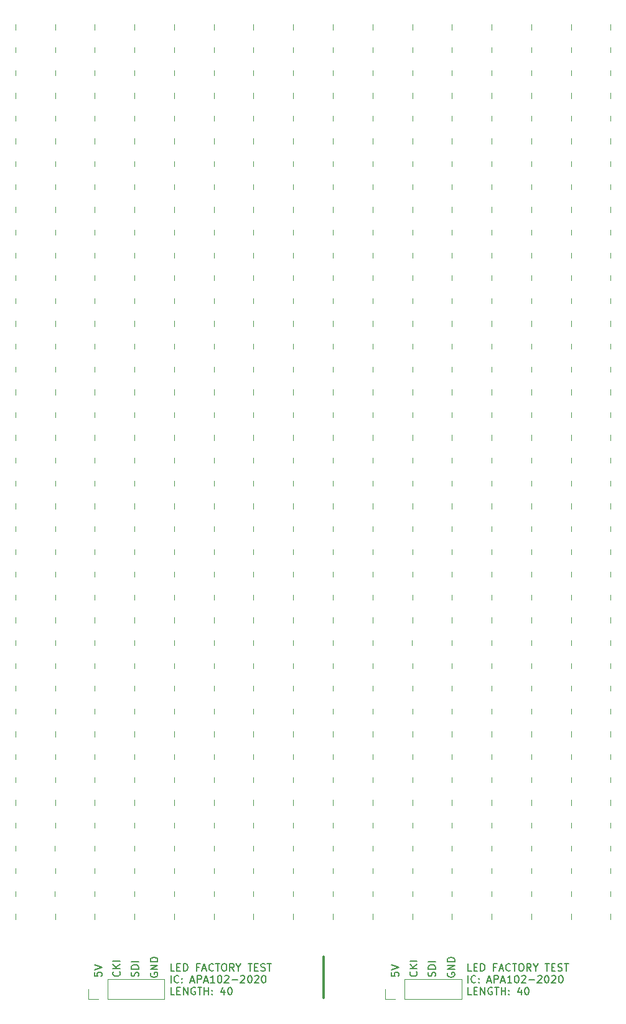
<source format=gbr>
%TF.GenerationSoftware,KiCad,Pcbnew,9.0.3*%
%TF.CreationDate,2025-08-08T13:41:27-04:00*%
%TF.ProjectId,flowstick_led_strip_panel_6p,666c6f77-7374-4696-936b-5f6c65645f73,rev?*%
%TF.SameCoordinates,Original*%
%TF.FileFunction,Legend,Top*%
%TF.FilePolarity,Positive*%
%FSLAX46Y46*%
G04 Gerber Fmt 4.6, Leading zero omitted, Abs format (unit mm)*
G04 Created by KiCad (PCBNEW 9.0.3) date 2025-08-08 13:41:27*
%MOMM*%
%LPD*%
G01*
G04 APERTURE LIST*
%ADD10C,0.300000*%
%ADD11C,0.200000*%
%ADD12C,0.120000*%
G04 APERTURE END LIST*
D10*
X93200000Y-155600000D02*
X93200000Y-161200000D01*
D11*
X113355863Y-157547331D02*
X112879673Y-157547331D01*
X112879673Y-157547331D02*
X112879673Y-156547331D01*
X113689197Y-157023521D02*
X114022530Y-157023521D01*
X114165387Y-157547331D02*
X113689197Y-157547331D01*
X113689197Y-157547331D02*
X113689197Y-156547331D01*
X113689197Y-156547331D02*
X114165387Y-156547331D01*
X114593959Y-157547331D02*
X114593959Y-156547331D01*
X114593959Y-156547331D02*
X114832054Y-156547331D01*
X114832054Y-156547331D02*
X114974911Y-156594950D01*
X114974911Y-156594950D02*
X115070149Y-156690188D01*
X115070149Y-156690188D02*
X115117768Y-156785426D01*
X115117768Y-156785426D02*
X115165387Y-156975902D01*
X115165387Y-156975902D02*
X115165387Y-157118759D01*
X115165387Y-157118759D02*
X115117768Y-157309235D01*
X115117768Y-157309235D02*
X115070149Y-157404473D01*
X115070149Y-157404473D02*
X114974911Y-157499712D01*
X114974911Y-157499712D02*
X114832054Y-157547331D01*
X114832054Y-157547331D02*
X114593959Y-157547331D01*
X116689197Y-157023521D02*
X116355864Y-157023521D01*
X116355864Y-157547331D02*
X116355864Y-156547331D01*
X116355864Y-156547331D02*
X116832054Y-156547331D01*
X117165388Y-157261616D02*
X117641578Y-157261616D01*
X117070150Y-157547331D02*
X117403483Y-156547331D01*
X117403483Y-156547331D02*
X117736816Y-157547331D01*
X118641578Y-157452092D02*
X118593959Y-157499712D01*
X118593959Y-157499712D02*
X118451102Y-157547331D01*
X118451102Y-157547331D02*
X118355864Y-157547331D01*
X118355864Y-157547331D02*
X118213007Y-157499712D01*
X118213007Y-157499712D02*
X118117769Y-157404473D01*
X118117769Y-157404473D02*
X118070150Y-157309235D01*
X118070150Y-157309235D02*
X118022531Y-157118759D01*
X118022531Y-157118759D02*
X118022531Y-156975902D01*
X118022531Y-156975902D02*
X118070150Y-156785426D01*
X118070150Y-156785426D02*
X118117769Y-156690188D01*
X118117769Y-156690188D02*
X118213007Y-156594950D01*
X118213007Y-156594950D02*
X118355864Y-156547331D01*
X118355864Y-156547331D02*
X118451102Y-156547331D01*
X118451102Y-156547331D02*
X118593959Y-156594950D01*
X118593959Y-156594950D02*
X118641578Y-156642569D01*
X118927293Y-156547331D02*
X119498721Y-156547331D01*
X119213007Y-157547331D02*
X119213007Y-156547331D01*
X120022531Y-156547331D02*
X120213007Y-156547331D01*
X120213007Y-156547331D02*
X120308245Y-156594950D01*
X120308245Y-156594950D02*
X120403483Y-156690188D01*
X120403483Y-156690188D02*
X120451102Y-156880664D01*
X120451102Y-156880664D02*
X120451102Y-157213997D01*
X120451102Y-157213997D02*
X120403483Y-157404473D01*
X120403483Y-157404473D02*
X120308245Y-157499712D01*
X120308245Y-157499712D02*
X120213007Y-157547331D01*
X120213007Y-157547331D02*
X120022531Y-157547331D01*
X120022531Y-157547331D02*
X119927293Y-157499712D01*
X119927293Y-157499712D02*
X119832055Y-157404473D01*
X119832055Y-157404473D02*
X119784436Y-157213997D01*
X119784436Y-157213997D02*
X119784436Y-156880664D01*
X119784436Y-156880664D02*
X119832055Y-156690188D01*
X119832055Y-156690188D02*
X119927293Y-156594950D01*
X119927293Y-156594950D02*
X120022531Y-156547331D01*
X121451102Y-157547331D02*
X121117769Y-157071140D01*
X120879674Y-157547331D02*
X120879674Y-156547331D01*
X120879674Y-156547331D02*
X121260626Y-156547331D01*
X121260626Y-156547331D02*
X121355864Y-156594950D01*
X121355864Y-156594950D02*
X121403483Y-156642569D01*
X121403483Y-156642569D02*
X121451102Y-156737807D01*
X121451102Y-156737807D02*
X121451102Y-156880664D01*
X121451102Y-156880664D02*
X121403483Y-156975902D01*
X121403483Y-156975902D02*
X121355864Y-157023521D01*
X121355864Y-157023521D02*
X121260626Y-157071140D01*
X121260626Y-157071140D02*
X120879674Y-157071140D01*
X122070150Y-157071140D02*
X122070150Y-157547331D01*
X121736817Y-156547331D02*
X122070150Y-157071140D01*
X122070150Y-157071140D02*
X122403483Y-156547331D01*
X123355865Y-156547331D02*
X123927293Y-156547331D01*
X123641579Y-157547331D02*
X123641579Y-156547331D01*
X124260627Y-157023521D02*
X124593960Y-157023521D01*
X124736817Y-157547331D02*
X124260627Y-157547331D01*
X124260627Y-157547331D02*
X124260627Y-156547331D01*
X124260627Y-156547331D02*
X124736817Y-156547331D01*
X125117770Y-157499712D02*
X125260627Y-157547331D01*
X125260627Y-157547331D02*
X125498722Y-157547331D01*
X125498722Y-157547331D02*
X125593960Y-157499712D01*
X125593960Y-157499712D02*
X125641579Y-157452092D01*
X125641579Y-157452092D02*
X125689198Y-157356854D01*
X125689198Y-157356854D02*
X125689198Y-157261616D01*
X125689198Y-157261616D02*
X125641579Y-157166378D01*
X125641579Y-157166378D02*
X125593960Y-157118759D01*
X125593960Y-157118759D02*
X125498722Y-157071140D01*
X125498722Y-157071140D02*
X125308246Y-157023521D01*
X125308246Y-157023521D02*
X125213008Y-156975902D01*
X125213008Y-156975902D02*
X125165389Y-156928283D01*
X125165389Y-156928283D02*
X125117770Y-156833045D01*
X125117770Y-156833045D02*
X125117770Y-156737807D01*
X125117770Y-156737807D02*
X125165389Y-156642569D01*
X125165389Y-156642569D02*
X125213008Y-156594950D01*
X125213008Y-156594950D02*
X125308246Y-156547331D01*
X125308246Y-156547331D02*
X125546341Y-156547331D01*
X125546341Y-156547331D02*
X125689198Y-156594950D01*
X125974913Y-156547331D02*
X126546341Y-156547331D01*
X126260627Y-157547331D02*
X126260627Y-156547331D01*
X112879673Y-159157275D02*
X112879673Y-158157275D01*
X113927291Y-159062036D02*
X113879672Y-159109656D01*
X113879672Y-159109656D02*
X113736815Y-159157275D01*
X113736815Y-159157275D02*
X113641577Y-159157275D01*
X113641577Y-159157275D02*
X113498720Y-159109656D01*
X113498720Y-159109656D02*
X113403482Y-159014417D01*
X113403482Y-159014417D02*
X113355863Y-158919179D01*
X113355863Y-158919179D02*
X113308244Y-158728703D01*
X113308244Y-158728703D02*
X113308244Y-158585846D01*
X113308244Y-158585846D02*
X113355863Y-158395370D01*
X113355863Y-158395370D02*
X113403482Y-158300132D01*
X113403482Y-158300132D02*
X113498720Y-158204894D01*
X113498720Y-158204894D02*
X113641577Y-158157275D01*
X113641577Y-158157275D02*
X113736815Y-158157275D01*
X113736815Y-158157275D02*
X113879672Y-158204894D01*
X113879672Y-158204894D02*
X113927291Y-158252513D01*
X114355863Y-159062036D02*
X114403482Y-159109656D01*
X114403482Y-159109656D02*
X114355863Y-159157275D01*
X114355863Y-159157275D02*
X114308244Y-159109656D01*
X114308244Y-159109656D02*
X114355863Y-159062036D01*
X114355863Y-159062036D02*
X114355863Y-159157275D01*
X114355863Y-158538227D02*
X114403482Y-158585846D01*
X114403482Y-158585846D02*
X114355863Y-158633465D01*
X114355863Y-158633465D02*
X114308244Y-158585846D01*
X114308244Y-158585846D02*
X114355863Y-158538227D01*
X114355863Y-158538227D02*
X114355863Y-158633465D01*
X115546339Y-158871560D02*
X116022529Y-158871560D01*
X115451101Y-159157275D02*
X115784434Y-158157275D01*
X115784434Y-158157275D02*
X116117767Y-159157275D01*
X116451101Y-159157275D02*
X116451101Y-158157275D01*
X116451101Y-158157275D02*
X116832053Y-158157275D01*
X116832053Y-158157275D02*
X116927291Y-158204894D01*
X116927291Y-158204894D02*
X116974910Y-158252513D01*
X116974910Y-158252513D02*
X117022529Y-158347751D01*
X117022529Y-158347751D02*
X117022529Y-158490608D01*
X117022529Y-158490608D02*
X116974910Y-158585846D01*
X116974910Y-158585846D02*
X116927291Y-158633465D01*
X116927291Y-158633465D02*
X116832053Y-158681084D01*
X116832053Y-158681084D02*
X116451101Y-158681084D01*
X117403482Y-158871560D02*
X117879672Y-158871560D01*
X117308244Y-159157275D02*
X117641577Y-158157275D01*
X117641577Y-158157275D02*
X117974910Y-159157275D01*
X118832053Y-159157275D02*
X118260625Y-159157275D01*
X118546339Y-159157275D02*
X118546339Y-158157275D01*
X118546339Y-158157275D02*
X118451101Y-158300132D01*
X118451101Y-158300132D02*
X118355863Y-158395370D01*
X118355863Y-158395370D02*
X118260625Y-158442989D01*
X119451101Y-158157275D02*
X119546339Y-158157275D01*
X119546339Y-158157275D02*
X119641577Y-158204894D01*
X119641577Y-158204894D02*
X119689196Y-158252513D01*
X119689196Y-158252513D02*
X119736815Y-158347751D01*
X119736815Y-158347751D02*
X119784434Y-158538227D01*
X119784434Y-158538227D02*
X119784434Y-158776322D01*
X119784434Y-158776322D02*
X119736815Y-158966798D01*
X119736815Y-158966798D02*
X119689196Y-159062036D01*
X119689196Y-159062036D02*
X119641577Y-159109656D01*
X119641577Y-159109656D02*
X119546339Y-159157275D01*
X119546339Y-159157275D02*
X119451101Y-159157275D01*
X119451101Y-159157275D02*
X119355863Y-159109656D01*
X119355863Y-159109656D02*
X119308244Y-159062036D01*
X119308244Y-159062036D02*
X119260625Y-158966798D01*
X119260625Y-158966798D02*
X119213006Y-158776322D01*
X119213006Y-158776322D02*
X119213006Y-158538227D01*
X119213006Y-158538227D02*
X119260625Y-158347751D01*
X119260625Y-158347751D02*
X119308244Y-158252513D01*
X119308244Y-158252513D02*
X119355863Y-158204894D01*
X119355863Y-158204894D02*
X119451101Y-158157275D01*
X120165387Y-158252513D02*
X120213006Y-158204894D01*
X120213006Y-158204894D02*
X120308244Y-158157275D01*
X120308244Y-158157275D02*
X120546339Y-158157275D01*
X120546339Y-158157275D02*
X120641577Y-158204894D01*
X120641577Y-158204894D02*
X120689196Y-158252513D01*
X120689196Y-158252513D02*
X120736815Y-158347751D01*
X120736815Y-158347751D02*
X120736815Y-158442989D01*
X120736815Y-158442989D02*
X120689196Y-158585846D01*
X120689196Y-158585846D02*
X120117768Y-159157275D01*
X120117768Y-159157275D02*
X120736815Y-159157275D01*
X121165387Y-158776322D02*
X121927292Y-158776322D01*
X122355863Y-158252513D02*
X122403482Y-158204894D01*
X122403482Y-158204894D02*
X122498720Y-158157275D01*
X122498720Y-158157275D02*
X122736815Y-158157275D01*
X122736815Y-158157275D02*
X122832053Y-158204894D01*
X122832053Y-158204894D02*
X122879672Y-158252513D01*
X122879672Y-158252513D02*
X122927291Y-158347751D01*
X122927291Y-158347751D02*
X122927291Y-158442989D01*
X122927291Y-158442989D02*
X122879672Y-158585846D01*
X122879672Y-158585846D02*
X122308244Y-159157275D01*
X122308244Y-159157275D02*
X122927291Y-159157275D01*
X123546339Y-158157275D02*
X123641577Y-158157275D01*
X123641577Y-158157275D02*
X123736815Y-158204894D01*
X123736815Y-158204894D02*
X123784434Y-158252513D01*
X123784434Y-158252513D02*
X123832053Y-158347751D01*
X123832053Y-158347751D02*
X123879672Y-158538227D01*
X123879672Y-158538227D02*
X123879672Y-158776322D01*
X123879672Y-158776322D02*
X123832053Y-158966798D01*
X123832053Y-158966798D02*
X123784434Y-159062036D01*
X123784434Y-159062036D02*
X123736815Y-159109656D01*
X123736815Y-159109656D02*
X123641577Y-159157275D01*
X123641577Y-159157275D02*
X123546339Y-159157275D01*
X123546339Y-159157275D02*
X123451101Y-159109656D01*
X123451101Y-159109656D02*
X123403482Y-159062036D01*
X123403482Y-159062036D02*
X123355863Y-158966798D01*
X123355863Y-158966798D02*
X123308244Y-158776322D01*
X123308244Y-158776322D02*
X123308244Y-158538227D01*
X123308244Y-158538227D02*
X123355863Y-158347751D01*
X123355863Y-158347751D02*
X123403482Y-158252513D01*
X123403482Y-158252513D02*
X123451101Y-158204894D01*
X123451101Y-158204894D02*
X123546339Y-158157275D01*
X124260625Y-158252513D02*
X124308244Y-158204894D01*
X124308244Y-158204894D02*
X124403482Y-158157275D01*
X124403482Y-158157275D02*
X124641577Y-158157275D01*
X124641577Y-158157275D02*
X124736815Y-158204894D01*
X124736815Y-158204894D02*
X124784434Y-158252513D01*
X124784434Y-158252513D02*
X124832053Y-158347751D01*
X124832053Y-158347751D02*
X124832053Y-158442989D01*
X124832053Y-158442989D02*
X124784434Y-158585846D01*
X124784434Y-158585846D02*
X124213006Y-159157275D01*
X124213006Y-159157275D02*
X124832053Y-159157275D01*
X125451101Y-158157275D02*
X125546339Y-158157275D01*
X125546339Y-158157275D02*
X125641577Y-158204894D01*
X125641577Y-158204894D02*
X125689196Y-158252513D01*
X125689196Y-158252513D02*
X125736815Y-158347751D01*
X125736815Y-158347751D02*
X125784434Y-158538227D01*
X125784434Y-158538227D02*
X125784434Y-158776322D01*
X125784434Y-158776322D02*
X125736815Y-158966798D01*
X125736815Y-158966798D02*
X125689196Y-159062036D01*
X125689196Y-159062036D02*
X125641577Y-159109656D01*
X125641577Y-159109656D02*
X125546339Y-159157275D01*
X125546339Y-159157275D02*
X125451101Y-159157275D01*
X125451101Y-159157275D02*
X125355863Y-159109656D01*
X125355863Y-159109656D02*
X125308244Y-159062036D01*
X125308244Y-159062036D02*
X125260625Y-158966798D01*
X125260625Y-158966798D02*
X125213006Y-158776322D01*
X125213006Y-158776322D02*
X125213006Y-158538227D01*
X125213006Y-158538227D02*
X125260625Y-158347751D01*
X125260625Y-158347751D02*
X125308244Y-158252513D01*
X125308244Y-158252513D02*
X125355863Y-158204894D01*
X125355863Y-158204894D02*
X125451101Y-158157275D01*
X113355863Y-160767219D02*
X112879673Y-160767219D01*
X112879673Y-160767219D02*
X112879673Y-159767219D01*
X113689197Y-160243409D02*
X114022530Y-160243409D01*
X114165387Y-160767219D02*
X113689197Y-160767219D01*
X113689197Y-160767219D02*
X113689197Y-159767219D01*
X113689197Y-159767219D02*
X114165387Y-159767219D01*
X114593959Y-160767219D02*
X114593959Y-159767219D01*
X114593959Y-159767219D02*
X115165387Y-160767219D01*
X115165387Y-160767219D02*
X115165387Y-159767219D01*
X116165387Y-159814838D02*
X116070149Y-159767219D01*
X116070149Y-159767219D02*
X115927292Y-159767219D01*
X115927292Y-159767219D02*
X115784435Y-159814838D01*
X115784435Y-159814838D02*
X115689197Y-159910076D01*
X115689197Y-159910076D02*
X115641578Y-160005314D01*
X115641578Y-160005314D02*
X115593959Y-160195790D01*
X115593959Y-160195790D02*
X115593959Y-160338647D01*
X115593959Y-160338647D02*
X115641578Y-160529123D01*
X115641578Y-160529123D02*
X115689197Y-160624361D01*
X115689197Y-160624361D02*
X115784435Y-160719600D01*
X115784435Y-160719600D02*
X115927292Y-160767219D01*
X115927292Y-160767219D02*
X116022530Y-160767219D01*
X116022530Y-160767219D02*
X116165387Y-160719600D01*
X116165387Y-160719600D02*
X116213006Y-160671980D01*
X116213006Y-160671980D02*
X116213006Y-160338647D01*
X116213006Y-160338647D02*
X116022530Y-160338647D01*
X116498721Y-159767219D02*
X117070149Y-159767219D01*
X116784435Y-160767219D02*
X116784435Y-159767219D01*
X117403483Y-160767219D02*
X117403483Y-159767219D01*
X117403483Y-160243409D02*
X117974911Y-160243409D01*
X117974911Y-160767219D02*
X117974911Y-159767219D01*
X118451102Y-160671980D02*
X118498721Y-160719600D01*
X118498721Y-160719600D02*
X118451102Y-160767219D01*
X118451102Y-160767219D02*
X118403483Y-160719600D01*
X118403483Y-160719600D02*
X118451102Y-160671980D01*
X118451102Y-160671980D02*
X118451102Y-160767219D01*
X118451102Y-160148171D02*
X118498721Y-160195790D01*
X118498721Y-160195790D02*
X118451102Y-160243409D01*
X118451102Y-160243409D02*
X118403483Y-160195790D01*
X118403483Y-160195790D02*
X118451102Y-160148171D01*
X118451102Y-160148171D02*
X118451102Y-160243409D01*
X120117768Y-160100552D02*
X120117768Y-160767219D01*
X119879673Y-159719600D02*
X119641578Y-160433885D01*
X119641578Y-160433885D02*
X120260625Y-160433885D01*
X120832054Y-159767219D02*
X120927292Y-159767219D01*
X120927292Y-159767219D02*
X121022530Y-159814838D01*
X121022530Y-159814838D02*
X121070149Y-159862457D01*
X121070149Y-159862457D02*
X121117768Y-159957695D01*
X121117768Y-159957695D02*
X121165387Y-160148171D01*
X121165387Y-160148171D02*
X121165387Y-160386266D01*
X121165387Y-160386266D02*
X121117768Y-160576742D01*
X121117768Y-160576742D02*
X121070149Y-160671980D01*
X121070149Y-160671980D02*
X121022530Y-160719600D01*
X121022530Y-160719600D02*
X120927292Y-160767219D01*
X120927292Y-160767219D02*
X120832054Y-160767219D01*
X120832054Y-160767219D02*
X120736816Y-160719600D01*
X120736816Y-160719600D02*
X120689197Y-160671980D01*
X120689197Y-160671980D02*
X120641578Y-160576742D01*
X120641578Y-160576742D02*
X120593959Y-160386266D01*
X120593959Y-160386266D02*
X120593959Y-160148171D01*
X120593959Y-160148171D02*
X120641578Y-159957695D01*
X120641578Y-159957695D02*
X120689197Y-159862457D01*
X120689197Y-159862457D02*
X120736816Y-159814838D01*
X120736816Y-159814838D02*
X120832054Y-159767219D01*
X72945863Y-157547331D02*
X72469673Y-157547331D01*
X72469673Y-157547331D02*
X72469673Y-156547331D01*
X73279197Y-157023521D02*
X73612530Y-157023521D01*
X73755387Y-157547331D02*
X73279197Y-157547331D01*
X73279197Y-157547331D02*
X73279197Y-156547331D01*
X73279197Y-156547331D02*
X73755387Y-156547331D01*
X74183959Y-157547331D02*
X74183959Y-156547331D01*
X74183959Y-156547331D02*
X74422054Y-156547331D01*
X74422054Y-156547331D02*
X74564911Y-156594950D01*
X74564911Y-156594950D02*
X74660149Y-156690188D01*
X74660149Y-156690188D02*
X74707768Y-156785426D01*
X74707768Y-156785426D02*
X74755387Y-156975902D01*
X74755387Y-156975902D02*
X74755387Y-157118759D01*
X74755387Y-157118759D02*
X74707768Y-157309235D01*
X74707768Y-157309235D02*
X74660149Y-157404473D01*
X74660149Y-157404473D02*
X74564911Y-157499712D01*
X74564911Y-157499712D02*
X74422054Y-157547331D01*
X74422054Y-157547331D02*
X74183959Y-157547331D01*
X76279197Y-157023521D02*
X75945864Y-157023521D01*
X75945864Y-157547331D02*
X75945864Y-156547331D01*
X75945864Y-156547331D02*
X76422054Y-156547331D01*
X76755388Y-157261616D02*
X77231578Y-157261616D01*
X76660150Y-157547331D02*
X76993483Y-156547331D01*
X76993483Y-156547331D02*
X77326816Y-157547331D01*
X78231578Y-157452092D02*
X78183959Y-157499712D01*
X78183959Y-157499712D02*
X78041102Y-157547331D01*
X78041102Y-157547331D02*
X77945864Y-157547331D01*
X77945864Y-157547331D02*
X77803007Y-157499712D01*
X77803007Y-157499712D02*
X77707769Y-157404473D01*
X77707769Y-157404473D02*
X77660150Y-157309235D01*
X77660150Y-157309235D02*
X77612531Y-157118759D01*
X77612531Y-157118759D02*
X77612531Y-156975902D01*
X77612531Y-156975902D02*
X77660150Y-156785426D01*
X77660150Y-156785426D02*
X77707769Y-156690188D01*
X77707769Y-156690188D02*
X77803007Y-156594950D01*
X77803007Y-156594950D02*
X77945864Y-156547331D01*
X77945864Y-156547331D02*
X78041102Y-156547331D01*
X78041102Y-156547331D02*
X78183959Y-156594950D01*
X78183959Y-156594950D02*
X78231578Y-156642569D01*
X78517293Y-156547331D02*
X79088721Y-156547331D01*
X78803007Y-157547331D02*
X78803007Y-156547331D01*
X79612531Y-156547331D02*
X79803007Y-156547331D01*
X79803007Y-156547331D02*
X79898245Y-156594950D01*
X79898245Y-156594950D02*
X79993483Y-156690188D01*
X79993483Y-156690188D02*
X80041102Y-156880664D01*
X80041102Y-156880664D02*
X80041102Y-157213997D01*
X80041102Y-157213997D02*
X79993483Y-157404473D01*
X79993483Y-157404473D02*
X79898245Y-157499712D01*
X79898245Y-157499712D02*
X79803007Y-157547331D01*
X79803007Y-157547331D02*
X79612531Y-157547331D01*
X79612531Y-157547331D02*
X79517293Y-157499712D01*
X79517293Y-157499712D02*
X79422055Y-157404473D01*
X79422055Y-157404473D02*
X79374436Y-157213997D01*
X79374436Y-157213997D02*
X79374436Y-156880664D01*
X79374436Y-156880664D02*
X79422055Y-156690188D01*
X79422055Y-156690188D02*
X79517293Y-156594950D01*
X79517293Y-156594950D02*
X79612531Y-156547331D01*
X81041102Y-157547331D02*
X80707769Y-157071140D01*
X80469674Y-157547331D02*
X80469674Y-156547331D01*
X80469674Y-156547331D02*
X80850626Y-156547331D01*
X80850626Y-156547331D02*
X80945864Y-156594950D01*
X80945864Y-156594950D02*
X80993483Y-156642569D01*
X80993483Y-156642569D02*
X81041102Y-156737807D01*
X81041102Y-156737807D02*
X81041102Y-156880664D01*
X81041102Y-156880664D02*
X80993483Y-156975902D01*
X80993483Y-156975902D02*
X80945864Y-157023521D01*
X80945864Y-157023521D02*
X80850626Y-157071140D01*
X80850626Y-157071140D02*
X80469674Y-157071140D01*
X81660150Y-157071140D02*
X81660150Y-157547331D01*
X81326817Y-156547331D02*
X81660150Y-157071140D01*
X81660150Y-157071140D02*
X81993483Y-156547331D01*
X82945865Y-156547331D02*
X83517293Y-156547331D01*
X83231579Y-157547331D02*
X83231579Y-156547331D01*
X83850627Y-157023521D02*
X84183960Y-157023521D01*
X84326817Y-157547331D02*
X83850627Y-157547331D01*
X83850627Y-157547331D02*
X83850627Y-156547331D01*
X83850627Y-156547331D02*
X84326817Y-156547331D01*
X84707770Y-157499712D02*
X84850627Y-157547331D01*
X84850627Y-157547331D02*
X85088722Y-157547331D01*
X85088722Y-157547331D02*
X85183960Y-157499712D01*
X85183960Y-157499712D02*
X85231579Y-157452092D01*
X85231579Y-157452092D02*
X85279198Y-157356854D01*
X85279198Y-157356854D02*
X85279198Y-157261616D01*
X85279198Y-157261616D02*
X85231579Y-157166378D01*
X85231579Y-157166378D02*
X85183960Y-157118759D01*
X85183960Y-157118759D02*
X85088722Y-157071140D01*
X85088722Y-157071140D02*
X84898246Y-157023521D01*
X84898246Y-157023521D02*
X84803008Y-156975902D01*
X84803008Y-156975902D02*
X84755389Y-156928283D01*
X84755389Y-156928283D02*
X84707770Y-156833045D01*
X84707770Y-156833045D02*
X84707770Y-156737807D01*
X84707770Y-156737807D02*
X84755389Y-156642569D01*
X84755389Y-156642569D02*
X84803008Y-156594950D01*
X84803008Y-156594950D02*
X84898246Y-156547331D01*
X84898246Y-156547331D02*
X85136341Y-156547331D01*
X85136341Y-156547331D02*
X85279198Y-156594950D01*
X85564913Y-156547331D02*
X86136341Y-156547331D01*
X85850627Y-157547331D02*
X85850627Y-156547331D01*
X72469673Y-159157275D02*
X72469673Y-158157275D01*
X73517291Y-159062036D02*
X73469672Y-159109656D01*
X73469672Y-159109656D02*
X73326815Y-159157275D01*
X73326815Y-159157275D02*
X73231577Y-159157275D01*
X73231577Y-159157275D02*
X73088720Y-159109656D01*
X73088720Y-159109656D02*
X72993482Y-159014417D01*
X72993482Y-159014417D02*
X72945863Y-158919179D01*
X72945863Y-158919179D02*
X72898244Y-158728703D01*
X72898244Y-158728703D02*
X72898244Y-158585846D01*
X72898244Y-158585846D02*
X72945863Y-158395370D01*
X72945863Y-158395370D02*
X72993482Y-158300132D01*
X72993482Y-158300132D02*
X73088720Y-158204894D01*
X73088720Y-158204894D02*
X73231577Y-158157275D01*
X73231577Y-158157275D02*
X73326815Y-158157275D01*
X73326815Y-158157275D02*
X73469672Y-158204894D01*
X73469672Y-158204894D02*
X73517291Y-158252513D01*
X73945863Y-159062036D02*
X73993482Y-159109656D01*
X73993482Y-159109656D02*
X73945863Y-159157275D01*
X73945863Y-159157275D02*
X73898244Y-159109656D01*
X73898244Y-159109656D02*
X73945863Y-159062036D01*
X73945863Y-159062036D02*
X73945863Y-159157275D01*
X73945863Y-158538227D02*
X73993482Y-158585846D01*
X73993482Y-158585846D02*
X73945863Y-158633465D01*
X73945863Y-158633465D02*
X73898244Y-158585846D01*
X73898244Y-158585846D02*
X73945863Y-158538227D01*
X73945863Y-158538227D02*
X73945863Y-158633465D01*
X75136339Y-158871560D02*
X75612529Y-158871560D01*
X75041101Y-159157275D02*
X75374434Y-158157275D01*
X75374434Y-158157275D02*
X75707767Y-159157275D01*
X76041101Y-159157275D02*
X76041101Y-158157275D01*
X76041101Y-158157275D02*
X76422053Y-158157275D01*
X76422053Y-158157275D02*
X76517291Y-158204894D01*
X76517291Y-158204894D02*
X76564910Y-158252513D01*
X76564910Y-158252513D02*
X76612529Y-158347751D01*
X76612529Y-158347751D02*
X76612529Y-158490608D01*
X76612529Y-158490608D02*
X76564910Y-158585846D01*
X76564910Y-158585846D02*
X76517291Y-158633465D01*
X76517291Y-158633465D02*
X76422053Y-158681084D01*
X76422053Y-158681084D02*
X76041101Y-158681084D01*
X76993482Y-158871560D02*
X77469672Y-158871560D01*
X76898244Y-159157275D02*
X77231577Y-158157275D01*
X77231577Y-158157275D02*
X77564910Y-159157275D01*
X78422053Y-159157275D02*
X77850625Y-159157275D01*
X78136339Y-159157275D02*
X78136339Y-158157275D01*
X78136339Y-158157275D02*
X78041101Y-158300132D01*
X78041101Y-158300132D02*
X77945863Y-158395370D01*
X77945863Y-158395370D02*
X77850625Y-158442989D01*
X79041101Y-158157275D02*
X79136339Y-158157275D01*
X79136339Y-158157275D02*
X79231577Y-158204894D01*
X79231577Y-158204894D02*
X79279196Y-158252513D01*
X79279196Y-158252513D02*
X79326815Y-158347751D01*
X79326815Y-158347751D02*
X79374434Y-158538227D01*
X79374434Y-158538227D02*
X79374434Y-158776322D01*
X79374434Y-158776322D02*
X79326815Y-158966798D01*
X79326815Y-158966798D02*
X79279196Y-159062036D01*
X79279196Y-159062036D02*
X79231577Y-159109656D01*
X79231577Y-159109656D02*
X79136339Y-159157275D01*
X79136339Y-159157275D02*
X79041101Y-159157275D01*
X79041101Y-159157275D02*
X78945863Y-159109656D01*
X78945863Y-159109656D02*
X78898244Y-159062036D01*
X78898244Y-159062036D02*
X78850625Y-158966798D01*
X78850625Y-158966798D02*
X78803006Y-158776322D01*
X78803006Y-158776322D02*
X78803006Y-158538227D01*
X78803006Y-158538227D02*
X78850625Y-158347751D01*
X78850625Y-158347751D02*
X78898244Y-158252513D01*
X78898244Y-158252513D02*
X78945863Y-158204894D01*
X78945863Y-158204894D02*
X79041101Y-158157275D01*
X79755387Y-158252513D02*
X79803006Y-158204894D01*
X79803006Y-158204894D02*
X79898244Y-158157275D01*
X79898244Y-158157275D02*
X80136339Y-158157275D01*
X80136339Y-158157275D02*
X80231577Y-158204894D01*
X80231577Y-158204894D02*
X80279196Y-158252513D01*
X80279196Y-158252513D02*
X80326815Y-158347751D01*
X80326815Y-158347751D02*
X80326815Y-158442989D01*
X80326815Y-158442989D02*
X80279196Y-158585846D01*
X80279196Y-158585846D02*
X79707768Y-159157275D01*
X79707768Y-159157275D02*
X80326815Y-159157275D01*
X80755387Y-158776322D02*
X81517292Y-158776322D01*
X81945863Y-158252513D02*
X81993482Y-158204894D01*
X81993482Y-158204894D02*
X82088720Y-158157275D01*
X82088720Y-158157275D02*
X82326815Y-158157275D01*
X82326815Y-158157275D02*
X82422053Y-158204894D01*
X82422053Y-158204894D02*
X82469672Y-158252513D01*
X82469672Y-158252513D02*
X82517291Y-158347751D01*
X82517291Y-158347751D02*
X82517291Y-158442989D01*
X82517291Y-158442989D02*
X82469672Y-158585846D01*
X82469672Y-158585846D02*
X81898244Y-159157275D01*
X81898244Y-159157275D02*
X82517291Y-159157275D01*
X83136339Y-158157275D02*
X83231577Y-158157275D01*
X83231577Y-158157275D02*
X83326815Y-158204894D01*
X83326815Y-158204894D02*
X83374434Y-158252513D01*
X83374434Y-158252513D02*
X83422053Y-158347751D01*
X83422053Y-158347751D02*
X83469672Y-158538227D01*
X83469672Y-158538227D02*
X83469672Y-158776322D01*
X83469672Y-158776322D02*
X83422053Y-158966798D01*
X83422053Y-158966798D02*
X83374434Y-159062036D01*
X83374434Y-159062036D02*
X83326815Y-159109656D01*
X83326815Y-159109656D02*
X83231577Y-159157275D01*
X83231577Y-159157275D02*
X83136339Y-159157275D01*
X83136339Y-159157275D02*
X83041101Y-159109656D01*
X83041101Y-159109656D02*
X82993482Y-159062036D01*
X82993482Y-159062036D02*
X82945863Y-158966798D01*
X82945863Y-158966798D02*
X82898244Y-158776322D01*
X82898244Y-158776322D02*
X82898244Y-158538227D01*
X82898244Y-158538227D02*
X82945863Y-158347751D01*
X82945863Y-158347751D02*
X82993482Y-158252513D01*
X82993482Y-158252513D02*
X83041101Y-158204894D01*
X83041101Y-158204894D02*
X83136339Y-158157275D01*
X83850625Y-158252513D02*
X83898244Y-158204894D01*
X83898244Y-158204894D02*
X83993482Y-158157275D01*
X83993482Y-158157275D02*
X84231577Y-158157275D01*
X84231577Y-158157275D02*
X84326815Y-158204894D01*
X84326815Y-158204894D02*
X84374434Y-158252513D01*
X84374434Y-158252513D02*
X84422053Y-158347751D01*
X84422053Y-158347751D02*
X84422053Y-158442989D01*
X84422053Y-158442989D02*
X84374434Y-158585846D01*
X84374434Y-158585846D02*
X83803006Y-159157275D01*
X83803006Y-159157275D02*
X84422053Y-159157275D01*
X85041101Y-158157275D02*
X85136339Y-158157275D01*
X85136339Y-158157275D02*
X85231577Y-158204894D01*
X85231577Y-158204894D02*
X85279196Y-158252513D01*
X85279196Y-158252513D02*
X85326815Y-158347751D01*
X85326815Y-158347751D02*
X85374434Y-158538227D01*
X85374434Y-158538227D02*
X85374434Y-158776322D01*
X85374434Y-158776322D02*
X85326815Y-158966798D01*
X85326815Y-158966798D02*
X85279196Y-159062036D01*
X85279196Y-159062036D02*
X85231577Y-159109656D01*
X85231577Y-159109656D02*
X85136339Y-159157275D01*
X85136339Y-159157275D02*
X85041101Y-159157275D01*
X85041101Y-159157275D02*
X84945863Y-159109656D01*
X84945863Y-159109656D02*
X84898244Y-159062036D01*
X84898244Y-159062036D02*
X84850625Y-158966798D01*
X84850625Y-158966798D02*
X84803006Y-158776322D01*
X84803006Y-158776322D02*
X84803006Y-158538227D01*
X84803006Y-158538227D02*
X84850625Y-158347751D01*
X84850625Y-158347751D02*
X84898244Y-158252513D01*
X84898244Y-158252513D02*
X84945863Y-158204894D01*
X84945863Y-158204894D02*
X85041101Y-158157275D01*
X72945863Y-160767219D02*
X72469673Y-160767219D01*
X72469673Y-160767219D02*
X72469673Y-159767219D01*
X73279197Y-160243409D02*
X73612530Y-160243409D01*
X73755387Y-160767219D02*
X73279197Y-160767219D01*
X73279197Y-160767219D02*
X73279197Y-159767219D01*
X73279197Y-159767219D02*
X73755387Y-159767219D01*
X74183959Y-160767219D02*
X74183959Y-159767219D01*
X74183959Y-159767219D02*
X74755387Y-160767219D01*
X74755387Y-160767219D02*
X74755387Y-159767219D01*
X75755387Y-159814838D02*
X75660149Y-159767219D01*
X75660149Y-159767219D02*
X75517292Y-159767219D01*
X75517292Y-159767219D02*
X75374435Y-159814838D01*
X75374435Y-159814838D02*
X75279197Y-159910076D01*
X75279197Y-159910076D02*
X75231578Y-160005314D01*
X75231578Y-160005314D02*
X75183959Y-160195790D01*
X75183959Y-160195790D02*
X75183959Y-160338647D01*
X75183959Y-160338647D02*
X75231578Y-160529123D01*
X75231578Y-160529123D02*
X75279197Y-160624361D01*
X75279197Y-160624361D02*
X75374435Y-160719600D01*
X75374435Y-160719600D02*
X75517292Y-160767219D01*
X75517292Y-160767219D02*
X75612530Y-160767219D01*
X75612530Y-160767219D02*
X75755387Y-160719600D01*
X75755387Y-160719600D02*
X75803006Y-160671980D01*
X75803006Y-160671980D02*
X75803006Y-160338647D01*
X75803006Y-160338647D02*
X75612530Y-160338647D01*
X76088721Y-159767219D02*
X76660149Y-159767219D01*
X76374435Y-160767219D02*
X76374435Y-159767219D01*
X76993483Y-160767219D02*
X76993483Y-159767219D01*
X76993483Y-160243409D02*
X77564911Y-160243409D01*
X77564911Y-160767219D02*
X77564911Y-159767219D01*
X78041102Y-160671980D02*
X78088721Y-160719600D01*
X78088721Y-160719600D02*
X78041102Y-160767219D01*
X78041102Y-160767219D02*
X77993483Y-160719600D01*
X77993483Y-160719600D02*
X78041102Y-160671980D01*
X78041102Y-160671980D02*
X78041102Y-160767219D01*
X78041102Y-160148171D02*
X78088721Y-160195790D01*
X78088721Y-160195790D02*
X78041102Y-160243409D01*
X78041102Y-160243409D02*
X77993483Y-160195790D01*
X77993483Y-160195790D02*
X78041102Y-160148171D01*
X78041102Y-160148171D02*
X78041102Y-160243409D01*
X79707768Y-160100552D02*
X79707768Y-160767219D01*
X79469673Y-159719600D02*
X79231578Y-160433885D01*
X79231578Y-160433885D02*
X79850625Y-160433885D01*
X80422054Y-159767219D02*
X80517292Y-159767219D01*
X80517292Y-159767219D02*
X80612530Y-159814838D01*
X80612530Y-159814838D02*
X80660149Y-159862457D01*
X80660149Y-159862457D02*
X80707768Y-159957695D01*
X80707768Y-159957695D02*
X80755387Y-160148171D01*
X80755387Y-160148171D02*
X80755387Y-160386266D01*
X80755387Y-160386266D02*
X80707768Y-160576742D01*
X80707768Y-160576742D02*
X80660149Y-160671980D01*
X80660149Y-160671980D02*
X80612530Y-160719600D01*
X80612530Y-160719600D02*
X80517292Y-160767219D01*
X80517292Y-160767219D02*
X80422054Y-160767219D01*
X80422054Y-160767219D02*
X80326816Y-160719600D01*
X80326816Y-160719600D02*
X80279197Y-160671980D01*
X80279197Y-160671980D02*
X80231578Y-160576742D01*
X80231578Y-160576742D02*
X80183959Y-160386266D01*
X80183959Y-160386266D02*
X80183959Y-160148171D01*
X80183959Y-160148171D02*
X80231578Y-159957695D01*
X80231578Y-159957695D02*
X80279197Y-159862457D01*
X80279197Y-159862457D02*
X80326816Y-159814838D01*
X80326816Y-159814838D02*
X80422054Y-159767219D01*
X108414600Y-158277945D02*
X108462219Y-158135088D01*
X108462219Y-158135088D02*
X108462219Y-157896993D01*
X108462219Y-157896993D02*
X108414600Y-157801755D01*
X108414600Y-157801755D02*
X108366980Y-157754136D01*
X108366980Y-157754136D02*
X108271742Y-157706517D01*
X108271742Y-157706517D02*
X108176504Y-157706517D01*
X108176504Y-157706517D02*
X108081266Y-157754136D01*
X108081266Y-157754136D02*
X108033647Y-157801755D01*
X108033647Y-157801755D02*
X107986028Y-157896993D01*
X107986028Y-157896993D02*
X107938409Y-158087469D01*
X107938409Y-158087469D02*
X107890790Y-158182707D01*
X107890790Y-158182707D02*
X107843171Y-158230326D01*
X107843171Y-158230326D02*
X107747933Y-158277945D01*
X107747933Y-158277945D02*
X107652695Y-158277945D01*
X107652695Y-158277945D02*
X107557457Y-158230326D01*
X107557457Y-158230326D02*
X107509838Y-158182707D01*
X107509838Y-158182707D02*
X107462219Y-158087469D01*
X107462219Y-158087469D02*
X107462219Y-157849374D01*
X107462219Y-157849374D02*
X107509838Y-157706517D01*
X108462219Y-157277945D02*
X107462219Y-157277945D01*
X107462219Y-157277945D02*
X107462219Y-157039850D01*
X107462219Y-157039850D02*
X107509838Y-156896993D01*
X107509838Y-156896993D02*
X107605076Y-156801755D01*
X107605076Y-156801755D02*
X107700314Y-156754136D01*
X107700314Y-156754136D02*
X107890790Y-156706517D01*
X107890790Y-156706517D02*
X108033647Y-156706517D01*
X108033647Y-156706517D02*
X108224123Y-156754136D01*
X108224123Y-156754136D02*
X108319361Y-156801755D01*
X108319361Y-156801755D02*
X108414600Y-156896993D01*
X108414600Y-156896993D02*
X108462219Y-157039850D01*
X108462219Y-157039850D02*
X108462219Y-157277945D01*
X108462219Y-156277945D02*
X107462219Y-156277945D01*
X65456980Y-157658898D02*
X65504600Y-157706517D01*
X65504600Y-157706517D02*
X65552219Y-157849374D01*
X65552219Y-157849374D02*
X65552219Y-157944612D01*
X65552219Y-157944612D02*
X65504600Y-158087469D01*
X65504600Y-158087469D02*
X65409361Y-158182707D01*
X65409361Y-158182707D02*
X65314123Y-158230326D01*
X65314123Y-158230326D02*
X65123647Y-158277945D01*
X65123647Y-158277945D02*
X64980790Y-158277945D01*
X64980790Y-158277945D02*
X64790314Y-158230326D01*
X64790314Y-158230326D02*
X64695076Y-158182707D01*
X64695076Y-158182707D02*
X64599838Y-158087469D01*
X64599838Y-158087469D02*
X64552219Y-157944612D01*
X64552219Y-157944612D02*
X64552219Y-157849374D01*
X64552219Y-157849374D02*
X64599838Y-157706517D01*
X64599838Y-157706517D02*
X64647457Y-157658898D01*
X65552219Y-157230326D02*
X64552219Y-157230326D01*
X65552219Y-156658898D02*
X64980790Y-157087469D01*
X64552219Y-156658898D02*
X65123647Y-157230326D01*
X65552219Y-156230326D02*
X64552219Y-156230326D01*
X110109838Y-157806517D02*
X110062219Y-157901755D01*
X110062219Y-157901755D02*
X110062219Y-158044612D01*
X110062219Y-158044612D02*
X110109838Y-158187469D01*
X110109838Y-158187469D02*
X110205076Y-158282707D01*
X110205076Y-158282707D02*
X110300314Y-158330326D01*
X110300314Y-158330326D02*
X110490790Y-158377945D01*
X110490790Y-158377945D02*
X110633647Y-158377945D01*
X110633647Y-158377945D02*
X110824123Y-158330326D01*
X110824123Y-158330326D02*
X110919361Y-158282707D01*
X110919361Y-158282707D02*
X111014600Y-158187469D01*
X111014600Y-158187469D02*
X111062219Y-158044612D01*
X111062219Y-158044612D02*
X111062219Y-157949374D01*
X111062219Y-157949374D02*
X111014600Y-157806517D01*
X111014600Y-157806517D02*
X110966980Y-157758898D01*
X110966980Y-157758898D02*
X110633647Y-157758898D01*
X110633647Y-157758898D02*
X110633647Y-157949374D01*
X111062219Y-157330326D02*
X110062219Y-157330326D01*
X110062219Y-157330326D02*
X111062219Y-156758898D01*
X111062219Y-156758898D02*
X110062219Y-156758898D01*
X111062219Y-156282707D02*
X110062219Y-156282707D01*
X110062219Y-156282707D02*
X110062219Y-156044612D01*
X110062219Y-156044612D02*
X110109838Y-155901755D01*
X110109838Y-155901755D02*
X110205076Y-155806517D01*
X110205076Y-155806517D02*
X110300314Y-155758898D01*
X110300314Y-155758898D02*
X110490790Y-155711279D01*
X110490790Y-155711279D02*
X110633647Y-155711279D01*
X110633647Y-155711279D02*
X110824123Y-155758898D01*
X110824123Y-155758898D02*
X110919361Y-155806517D01*
X110919361Y-155806517D02*
X111014600Y-155901755D01*
X111014600Y-155901755D02*
X111062219Y-156044612D01*
X111062219Y-156044612D02*
X111062219Y-156282707D01*
X68004600Y-158277945D02*
X68052219Y-158135088D01*
X68052219Y-158135088D02*
X68052219Y-157896993D01*
X68052219Y-157896993D02*
X68004600Y-157801755D01*
X68004600Y-157801755D02*
X67956980Y-157754136D01*
X67956980Y-157754136D02*
X67861742Y-157706517D01*
X67861742Y-157706517D02*
X67766504Y-157706517D01*
X67766504Y-157706517D02*
X67671266Y-157754136D01*
X67671266Y-157754136D02*
X67623647Y-157801755D01*
X67623647Y-157801755D02*
X67576028Y-157896993D01*
X67576028Y-157896993D02*
X67528409Y-158087469D01*
X67528409Y-158087469D02*
X67480790Y-158182707D01*
X67480790Y-158182707D02*
X67433171Y-158230326D01*
X67433171Y-158230326D02*
X67337933Y-158277945D01*
X67337933Y-158277945D02*
X67242695Y-158277945D01*
X67242695Y-158277945D02*
X67147457Y-158230326D01*
X67147457Y-158230326D02*
X67099838Y-158182707D01*
X67099838Y-158182707D02*
X67052219Y-158087469D01*
X67052219Y-158087469D02*
X67052219Y-157849374D01*
X67052219Y-157849374D02*
X67099838Y-157706517D01*
X68052219Y-157277945D02*
X67052219Y-157277945D01*
X67052219Y-157277945D02*
X67052219Y-157039850D01*
X67052219Y-157039850D02*
X67099838Y-156896993D01*
X67099838Y-156896993D02*
X67195076Y-156801755D01*
X67195076Y-156801755D02*
X67290314Y-156754136D01*
X67290314Y-156754136D02*
X67480790Y-156706517D01*
X67480790Y-156706517D02*
X67623647Y-156706517D01*
X67623647Y-156706517D02*
X67814123Y-156754136D01*
X67814123Y-156754136D02*
X67909361Y-156801755D01*
X67909361Y-156801755D02*
X68004600Y-156896993D01*
X68004600Y-156896993D02*
X68052219Y-157039850D01*
X68052219Y-157039850D02*
X68052219Y-157277945D01*
X68052219Y-156277945D02*
X67052219Y-156277945D01*
X62052219Y-157754136D02*
X62052219Y-158230326D01*
X62052219Y-158230326D02*
X62528409Y-158277945D01*
X62528409Y-158277945D02*
X62480790Y-158230326D01*
X62480790Y-158230326D02*
X62433171Y-158135088D01*
X62433171Y-158135088D02*
X62433171Y-157896993D01*
X62433171Y-157896993D02*
X62480790Y-157801755D01*
X62480790Y-157801755D02*
X62528409Y-157754136D01*
X62528409Y-157754136D02*
X62623647Y-157706517D01*
X62623647Y-157706517D02*
X62861742Y-157706517D01*
X62861742Y-157706517D02*
X62956980Y-157754136D01*
X62956980Y-157754136D02*
X63004600Y-157801755D01*
X63004600Y-157801755D02*
X63052219Y-157896993D01*
X63052219Y-157896993D02*
X63052219Y-158135088D01*
X63052219Y-158135088D02*
X63004600Y-158230326D01*
X63004600Y-158230326D02*
X62956980Y-158277945D01*
X62052219Y-157420802D02*
X63052219Y-157087469D01*
X63052219Y-157087469D02*
X62052219Y-156754136D01*
X69699838Y-157806517D02*
X69652219Y-157901755D01*
X69652219Y-157901755D02*
X69652219Y-158044612D01*
X69652219Y-158044612D02*
X69699838Y-158187469D01*
X69699838Y-158187469D02*
X69795076Y-158282707D01*
X69795076Y-158282707D02*
X69890314Y-158330326D01*
X69890314Y-158330326D02*
X70080790Y-158377945D01*
X70080790Y-158377945D02*
X70223647Y-158377945D01*
X70223647Y-158377945D02*
X70414123Y-158330326D01*
X70414123Y-158330326D02*
X70509361Y-158282707D01*
X70509361Y-158282707D02*
X70604600Y-158187469D01*
X70604600Y-158187469D02*
X70652219Y-158044612D01*
X70652219Y-158044612D02*
X70652219Y-157949374D01*
X70652219Y-157949374D02*
X70604600Y-157806517D01*
X70604600Y-157806517D02*
X70556980Y-157758898D01*
X70556980Y-157758898D02*
X70223647Y-157758898D01*
X70223647Y-157758898D02*
X70223647Y-157949374D01*
X70652219Y-157330326D02*
X69652219Y-157330326D01*
X69652219Y-157330326D02*
X70652219Y-156758898D01*
X70652219Y-156758898D02*
X69652219Y-156758898D01*
X70652219Y-156282707D02*
X69652219Y-156282707D01*
X69652219Y-156282707D02*
X69652219Y-156044612D01*
X69652219Y-156044612D02*
X69699838Y-155901755D01*
X69699838Y-155901755D02*
X69795076Y-155806517D01*
X69795076Y-155806517D02*
X69890314Y-155758898D01*
X69890314Y-155758898D02*
X70080790Y-155711279D01*
X70080790Y-155711279D02*
X70223647Y-155711279D01*
X70223647Y-155711279D02*
X70414123Y-155758898D01*
X70414123Y-155758898D02*
X70509361Y-155806517D01*
X70509361Y-155806517D02*
X70604600Y-155901755D01*
X70604600Y-155901755D02*
X70652219Y-156044612D01*
X70652219Y-156044612D02*
X70652219Y-156282707D01*
X105866980Y-157658898D02*
X105914600Y-157706517D01*
X105914600Y-157706517D02*
X105962219Y-157849374D01*
X105962219Y-157849374D02*
X105962219Y-157944612D01*
X105962219Y-157944612D02*
X105914600Y-158087469D01*
X105914600Y-158087469D02*
X105819361Y-158182707D01*
X105819361Y-158182707D02*
X105724123Y-158230326D01*
X105724123Y-158230326D02*
X105533647Y-158277945D01*
X105533647Y-158277945D02*
X105390790Y-158277945D01*
X105390790Y-158277945D02*
X105200314Y-158230326D01*
X105200314Y-158230326D02*
X105105076Y-158182707D01*
X105105076Y-158182707D02*
X105009838Y-158087469D01*
X105009838Y-158087469D02*
X104962219Y-157944612D01*
X104962219Y-157944612D02*
X104962219Y-157849374D01*
X104962219Y-157849374D02*
X105009838Y-157706517D01*
X105009838Y-157706517D02*
X105057457Y-157658898D01*
X105962219Y-157230326D02*
X104962219Y-157230326D01*
X105962219Y-156658898D02*
X105390790Y-157087469D01*
X104962219Y-156658898D02*
X105533647Y-157230326D01*
X105962219Y-156230326D02*
X104962219Y-156230326D01*
X102462219Y-157754136D02*
X102462219Y-158230326D01*
X102462219Y-158230326D02*
X102938409Y-158277945D01*
X102938409Y-158277945D02*
X102890790Y-158230326D01*
X102890790Y-158230326D02*
X102843171Y-158135088D01*
X102843171Y-158135088D02*
X102843171Y-157896993D01*
X102843171Y-157896993D02*
X102890790Y-157801755D01*
X102890790Y-157801755D02*
X102938409Y-157754136D01*
X102938409Y-157754136D02*
X103033647Y-157706517D01*
X103033647Y-157706517D02*
X103271742Y-157706517D01*
X103271742Y-157706517D02*
X103366980Y-157754136D01*
X103366980Y-157754136D02*
X103414600Y-157801755D01*
X103414600Y-157801755D02*
X103462219Y-157896993D01*
X103462219Y-157896993D02*
X103462219Y-158135088D01*
X103462219Y-158135088D02*
X103414600Y-158230326D01*
X103414600Y-158230326D02*
X103366980Y-158277945D01*
X102462219Y-157420802D02*
X103462219Y-157087469D01*
X103462219Y-157087469D02*
X102462219Y-156754136D01*
D12*
%TO.C,D78*%
X78300000Y-35100000D02*
X78300000Y-35800000D01*
%TO.C,D70*%
X110700000Y-59900000D02*
X110700000Y-60600000D01*
%TO.C,D21*%
X126900000Y-87800000D02*
X126900000Y-88500000D01*
%TO.C,D72*%
X89100000Y-53700000D02*
X89100000Y-54400000D01*
%TO.C,D40*%
X72900000Y-28900000D02*
X72900000Y-29600000D01*
%TO.C,D77*%
X121500000Y-38200000D02*
X121500000Y-38900000D01*
%TO.C,D26*%
X62100000Y-72300000D02*
X62100000Y-73000000D01*
%TO.C,D6*%
X83700000Y-134300000D02*
X83700000Y-135000000D01*
%TO.C,D79*%
X121500000Y-32000000D02*
X121500000Y-32700000D01*
%TO.C,D44*%
X132290000Y-140500000D02*
X132290000Y-141200000D01*
%TO.C,D62*%
X110700000Y-84700000D02*
X110700000Y-85400000D01*
%TO.C,D17*%
X72900000Y-100200000D02*
X72900000Y-100900000D01*
%TO.C,D68*%
X78300000Y-66100000D02*
X78300000Y-66800000D01*
%TO.C,D10*%
X116100000Y-121900000D02*
X116100000Y-122600000D01*
%TO.C,D23*%
X116100000Y-81600000D02*
X116100000Y-82300000D01*
%TO.C,D9*%
X72900000Y-125000000D02*
X72900000Y-125700000D01*
%TO.C,D28*%
X94500000Y-66100000D02*
X94500000Y-66800000D01*
%TO.C,D55*%
X78300000Y-106400000D02*
X78300000Y-107100000D01*
%TO.C,D51*%
X110700000Y-118800000D02*
X110700000Y-119500000D01*
%TO.C,D24*%
X72900000Y-78500000D02*
X72900000Y-79200000D01*
%TO.C,D62*%
X132300000Y-84700000D02*
X132300000Y-85400000D01*
%TO.C,D10*%
X72900000Y-121900000D02*
X72900000Y-122600000D01*
%TO.C,D60*%
X132300000Y-90900000D02*
X132300000Y-91600000D01*
%TO.C,D47*%
X99900000Y-131200000D02*
X99900000Y-131900000D01*
%TO.C,D32*%
X51300000Y-53700000D02*
X51300000Y-54400000D01*
%TO.C,D52*%
X110700000Y-115700000D02*
X110700000Y-116400000D01*
%TO.C,D59*%
X67500000Y-94000000D02*
X67500000Y-94700000D01*
%TO.C,D31*%
X83700000Y-56800000D02*
X83700000Y-57500000D01*
%TO.C,D19*%
X51300000Y-94000000D02*
X51300000Y-94700000D01*
%TO.C,D25*%
X83700000Y-75400000D02*
X83700000Y-76100000D01*
%TO.C,D65*%
X110700000Y-75400000D02*
X110700000Y-76100000D01*
%TO.C,D30*%
X94500000Y-59900000D02*
X94500000Y-60600000D01*
%TO.C,D37*%
X83700000Y-38200000D02*
X83700000Y-38900000D01*
%TO.C,D35*%
X116100000Y-44400000D02*
X116100000Y-45100000D01*
%TO.C,D44*%
X89090000Y-140500000D02*
X89090000Y-141200000D01*
%TO.C,D57*%
X110700000Y-100200000D02*
X110700000Y-100900000D01*
%TO.C,D26*%
X105300000Y-72300000D02*
X105300000Y-73000000D01*
%TO.C,D34*%
X51300000Y-47500000D02*
X51300000Y-48200000D01*
%TO.C,D80*%
X56700000Y-28900000D02*
X56700000Y-29600000D01*
%TO.C,D14*%
X94500000Y-109500000D02*
X94500000Y-110200000D01*
%TO.C,D63*%
X56700000Y-81600000D02*
X56700000Y-82300000D01*
%TO.C,D80*%
X78300000Y-28900000D02*
X78300000Y-29600000D01*
%TO.C,D31*%
X105300000Y-56800000D02*
X105300000Y-57500000D01*
%TO.C,D65*%
X78300000Y-75400000D02*
X78300000Y-76100000D01*
%TO.C,D45*%
X56700000Y-137400000D02*
X56700000Y-138100000D01*
%TO.C,D37*%
X62100000Y-38200000D02*
X62100000Y-38900000D01*
%TO.C,D62*%
X78300000Y-84700000D02*
X78300000Y-85400000D01*
%TO.C,D29*%
X116100000Y-63000000D02*
X116100000Y-63700000D01*
%TO.C,D31*%
X51300000Y-56800000D02*
X51300000Y-57500000D01*
%TO.C,D42*%
X56690000Y-146700000D02*
X56690000Y-147400000D01*
%TO.C,D66*%
X110700000Y-72300000D02*
X110700000Y-73000000D01*
%TO.C,D25*%
X51300000Y-75400000D02*
X51300000Y-76100000D01*
%TO.C,D24*%
X126900000Y-78500000D02*
X126900000Y-79200000D01*
%TO.C,D80*%
X99900000Y-28900000D02*
X99900000Y-29600000D01*
%TO.C,D5*%
X83700000Y-137400000D02*
X83700000Y-138100000D01*
%TO.C,D53*%
X67500000Y-112600000D02*
X67500000Y-113300000D01*
%TO.C,D19*%
X94500000Y-94000000D02*
X94500000Y-94700000D01*
%TO.C,D38*%
X83700000Y-35100000D02*
X83700000Y-35800000D01*
%TO.C,D34*%
X62100000Y-47500000D02*
X62100000Y-48200000D01*
%TO.C,D65*%
X132300000Y-75400000D02*
X132300000Y-76100000D01*
%TO.C,D39*%
X126900000Y-32000000D02*
X126900000Y-32700000D01*
%TO.C,D64*%
X121500000Y-78500000D02*
X121500000Y-79200000D01*
%TO.C,D66*%
X78300000Y-72300000D02*
X78300000Y-73000000D01*
%TO.C,D26*%
X116100000Y-72300000D02*
X116100000Y-73000000D01*
%TO.C,D7*%
X62100000Y-131200000D02*
X62100000Y-131900000D01*
%TO.C,D72*%
X99900000Y-53700000D02*
X99900000Y-54400000D01*
%TO.C,D35*%
X126900000Y-44400000D02*
X126900000Y-45100000D01*
%TO.C,D21*%
X116100000Y-87800000D02*
X116100000Y-88500000D01*
%TO.C,D26*%
X72900000Y-72300000D02*
X72900000Y-73000000D01*
%TO.C,D4*%
X72900000Y-140500000D02*
X72900000Y-141200000D01*
%TO.C,D54*%
X121500000Y-109500000D02*
X121500000Y-110200000D01*
%TO.C,D55*%
X89100000Y-106400000D02*
X89100000Y-107100000D01*
%TO.C,D42*%
X78290000Y-146700000D02*
X78290000Y-147400000D01*
%TO.C,D63*%
X110700000Y-81600000D02*
X110700000Y-82300000D01*
%TO.C,D13*%
X94490000Y-112600000D02*
X94490000Y-113300000D01*
%TO.C,D18*%
X94500000Y-97100000D02*
X94500000Y-97800000D01*
%TO.C,D63*%
X121500000Y-81600000D02*
X121500000Y-82300000D01*
%TO.C,D51*%
X99900000Y-118800000D02*
X99900000Y-119500000D01*
%TO.C,D6*%
X51300000Y-134300000D02*
X51300000Y-135000000D01*
%TO.C,D41*%
X99900000Y-149800000D02*
X99900000Y-150500000D01*
%TO.C,D20*%
X94500000Y-90900000D02*
X94500000Y-91600000D01*
%TO.C,D74*%
X56700000Y-47500000D02*
X56700000Y-48200000D01*
%TO.C,D2*%
X126900000Y-146700000D02*
X126900000Y-147400000D01*
%TO.C,D75*%
X132300000Y-44400000D02*
X132300000Y-45100000D01*
%TO.C,D9*%
X51300000Y-125000000D02*
X51300000Y-125700000D01*
%TO.C,D33*%
X51300000Y-50600000D02*
X51300000Y-51300000D01*
%TO.C,D75*%
X110700000Y-44400000D02*
X110700000Y-45100000D01*
%TO.C,D44*%
X56690000Y-140500000D02*
X56690000Y-141200000D01*
%TO.C,D56*%
X99900000Y-103300000D02*
X99900000Y-104000000D01*
%TO.C,D62*%
X121500000Y-84700000D02*
X121500000Y-85400000D01*
%TO.C,D48*%
X67500000Y-128100000D02*
X67500000Y-128800000D01*
%TO.C,D8*%
X83700000Y-128100000D02*
X83700000Y-128800000D01*
%TO.C,D13*%
X62090000Y-112600000D02*
X62090000Y-113300000D01*
%TO.C,D22*%
X116100000Y-84700000D02*
X116100000Y-85400000D01*
%TO.C,D43*%
X132300000Y-143600000D02*
X132300000Y-144300000D01*
%TO.C,D16*%
X51300000Y-103300000D02*
X51300000Y-104000000D01*
%TO.C,D20*%
X83700000Y-90900000D02*
X83700000Y-91600000D01*
%TO.C,D18*%
X83700000Y-97100000D02*
X83700000Y-97800000D01*
%TO.C,D38*%
X105300000Y-35100000D02*
X105300000Y-35800000D01*
%TO.C,D43*%
X121500000Y-143600000D02*
X121500000Y-144300000D01*
%TO.C,D60*%
X110700000Y-90900000D02*
X110700000Y-91600000D01*
%TO.C,D44*%
X121490000Y-140500000D02*
X121490000Y-141200000D01*
%TO.C,D71*%
X121500000Y-56800000D02*
X121500000Y-57500000D01*
%TO.C,D61*%
X56700000Y-87800000D02*
X56700000Y-88500000D01*
%TO.C,D32*%
X94500000Y-53700000D02*
X94500000Y-54400000D01*
%TO.C,D55*%
X110700000Y-106400000D02*
X110700000Y-107100000D01*
%TO.C,D30*%
X126900000Y-59900000D02*
X126900000Y-60600000D01*
%TO.C,D36*%
X116100000Y-41300000D02*
X116100000Y-42000000D01*
%TO.C,D41*%
X89100000Y-149800000D02*
X89100000Y-150500000D01*
%TO.C,D3*%
X62100000Y-143600000D02*
X62100000Y-144300000D01*
%TO.C,D68*%
X56700000Y-66100000D02*
X56700000Y-66800000D01*
%TO.C,D80*%
X89100000Y-28900000D02*
X89100000Y-29600000D01*
%TO.C,D45*%
X78300000Y-137400000D02*
X78300000Y-138100000D01*
%TO.C,D40*%
X126900000Y-28900000D02*
X126900000Y-29600000D01*
%TO.C,D76*%
X99900000Y-41300000D02*
X99900000Y-42000000D01*
%TO.C,D36*%
X51300000Y-41300000D02*
X51300000Y-42000000D01*
%TO.C,D32*%
X83700000Y-53700000D02*
X83700000Y-54400000D01*
%TO.C,D76*%
X78300000Y-41300000D02*
X78300000Y-42000000D01*
%TO.C,D68*%
X67500000Y-66100000D02*
X67500000Y-66800000D01*
%TO.C,D64*%
X78300000Y-78500000D02*
X78300000Y-79200000D01*
%TO.C,D56*%
X56700000Y-103300000D02*
X56700000Y-104000000D01*
%TO.C,D76*%
X56700000Y-41300000D02*
X56700000Y-42000000D01*
%TO.C,D18*%
X105300000Y-97100000D02*
X105300000Y-97800000D01*
%TO.C,D78*%
X89100000Y-35100000D02*
X89100000Y-35800000D01*
%TO.C,D53*%
X89100000Y-112600000D02*
X89100000Y-113300000D01*
%TO.C,D20*%
X51300000Y-90900000D02*
X51300000Y-91600000D01*
%TO.C,D80*%
X67500000Y-28900000D02*
X67500000Y-29600000D01*
%TO.C,D65*%
X67500000Y-75400000D02*
X67500000Y-76100000D01*
%TO.C,D44*%
X99890000Y-140500000D02*
X99890000Y-141200000D01*
%TO.C,D48*%
X89100000Y-128100000D02*
X89100000Y-128800000D01*
%TO.C,D1*%
X62100000Y-149800000D02*
X62100000Y-150500000D01*
%TO.C,D52*%
X121500000Y-115700000D02*
X121500000Y-116400000D01*
%TO.C,D13*%
X83690000Y-112600000D02*
X83690000Y-113300000D01*
%TO.C,D37*%
X116100000Y-38200000D02*
X116100000Y-38900000D01*
%TO.C,D50*%
X78300000Y-121900000D02*
X78300000Y-122600000D01*
%TO.C,D14*%
X72900000Y-109500000D02*
X72900000Y-110200000D01*
%TO.C,D39*%
X83700000Y-32000000D02*
X83700000Y-32700000D01*
%TO.C,D37*%
X72900000Y-38200000D02*
X72900000Y-38900000D01*
%TO.C,D6*%
X116100000Y-134300000D02*
X116100000Y-135000000D01*
%TO.C,D3*%
X51300000Y-143600000D02*
X51300000Y-144300000D01*
%TO.C,D19*%
X62100000Y-94000000D02*
X62100000Y-94700000D01*
%TO.C,D71*%
X78300000Y-56800000D02*
X78300000Y-57500000D01*
%TO.C,D14*%
X116100000Y-109500000D02*
X116100000Y-110200000D01*
%TO.C,D8*%
X116100000Y-128100000D02*
X116100000Y-128800000D01*
%TO.C,D76*%
X67500000Y-41300000D02*
X67500000Y-42000000D01*
%TO.C,D38*%
X126900000Y-35100000D02*
X126900000Y-35800000D01*
%TO.C,D7*%
X94500000Y-131200000D02*
X94500000Y-131900000D01*
%TO.C,D29*%
X51300000Y-63000000D02*
X51300000Y-63700000D01*
%TO.C,D52*%
X99900000Y-115700000D02*
X99900000Y-116400000D01*
%TO.C,D31*%
X94500000Y-56800000D02*
X94500000Y-57500000D01*
%TO.C,D5*%
X126900000Y-137400000D02*
X126900000Y-138100000D01*
%TO.C,D72*%
X121500000Y-53700000D02*
X121500000Y-54400000D01*
%TO.C,D47*%
X110700000Y-131200000D02*
X110700000Y-131900000D01*
%TO.C,D51*%
X78300000Y-118800000D02*
X78300000Y-119500000D01*
%TO.C,D40*%
X51300000Y-28900000D02*
X51300000Y-29600000D01*
%TO.C,D15*%
X62100000Y-106400000D02*
X62100000Y-107100000D01*
%TO.C,D4*%
X94500000Y-140500000D02*
X94500000Y-141200000D01*
%TO.C,D53*%
X99900000Y-112600000D02*
X99900000Y-113300000D01*
%TO.C,D17*%
X94500000Y-100200000D02*
X94500000Y-100900000D01*
%TO.C,D7*%
X116100000Y-131200000D02*
X116100000Y-131900000D01*
%TO.C,D77*%
X56700000Y-38200000D02*
X56700000Y-38900000D01*
%TO.C,D6*%
X94500000Y-134300000D02*
X94500000Y-135000000D01*
%TO.C,D61*%
X78300000Y-87800000D02*
X78300000Y-88500000D01*
%TO.C,D63*%
X132300000Y-81600000D02*
X132300000Y-82300000D01*
%TO.C,D78*%
X56700000Y-35100000D02*
X56700000Y-35800000D01*
%TO.C,D70*%
X121500000Y-59900000D02*
X121500000Y-60600000D01*
%TO.C,D29*%
X105300000Y-63000000D02*
X105300000Y-63700000D01*
%TO.C,D69*%
X110700000Y-63000000D02*
X110700000Y-63700000D01*
%TO.C,D67*%
X67500000Y-69200000D02*
X67500000Y-69900000D01*
%TO.C,D45*%
X132300000Y-137400000D02*
X132300000Y-138100000D01*
%TO.C,D57*%
X89100000Y-100200000D02*
X89100000Y-100900000D01*
%TO.C,D53*%
X121500000Y-112600000D02*
X121500000Y-113300000D01*
%TO.C,D72*%
X67500000Y-53700000D02*
X67500000Y-54400000D01*
%TO.C,D35*%
X94500000Y-44400000D02*
X94500000Y-45100000D01*
%TO.C,D71*%
X99900000Y-56800000D02*
X99900000Y-57500000D01*
%TO.C,D67*%
X110700000Y-69200000D02*
X110700000Y-69900000D01*
%TO.C,D54*%
X56700000Y-109500000D02*
X56700000Y-110200000D01*
%TO.C,D73*%
X89100000Y-50600000D02*
X89100000Y-51300000D01*
%TO.C,D49*%
X56700000Y-125000000D02*
X56700000Y-125700000D01*
%TO.C,D70*%
X132300000Y-59900000D02*
X132300000Y-60600000D01*
%TO.C,D28*%
X83700000Y-66100000D02*
X83700000Y-66800000D01*
%TO.C,D32*%
X62100000Y-53700000D02*
X62100000Y-54400000D01*
X116100000Y-53700000D02*
X116100000Y-54400000D01*
%TO.C,D13*%
X116090000Y-112600000D02*
X116090000Y-113300000D01*
%TO.C,D73*%
X132300000Y-50600000D02*
X132300000Y-51300000D01*
%TO.C,D60*%
X67500000Y-90900000D02*
X67500000Y-91600000D01*
%TO.C,D52*%
X78300000Y-115700000D02*
X78300000Y-116400000D01*
%TO.C,D38*%
X62100000Y-35100000D02*
X62100000Y-35800000D01*
%TO.C,D49*%
X89100000Y-125000000D02*
X89100000Y-125700000D01*
%TO.C,D19*%
X105300000Y-94000000D02*
X105300000Y-94700000D01*
%TO.C,D33*%
X116100000Y-50600000D02*
X116100000Y-51300000D01*
%TO.C,D64*%
X56700000Y-78500000D02*
X56700000Y-79200000D01*
%TO.C,D60*%
X56700000Y-90900000D02*
X56700000Y-91600000D01*
%TO.C,D9*%
X105300000Y-125000000D02*
X105300000Y-125700000D01*
%TO.C,D49*%
X132300000Y-125000000D02*
X132300000Y-125700000D01*
%TO.C,D16*%
X83700000Y-103300000D02*
X83700000Y-104000000D01*
%TO.C,D11*%
X105300000Y-118800000D02*
X105300000Y-119500000D01*
%TO.C,D71*%
X132300000Y-56800000D02*
X132300000Y-57500000D01*
%TO.C,D51*%
X89100000Y-118800000D02*
X89100000Y-119500000D01*
%TO.C,D21*%
X62100000Y-87800000D02*
X62100000Y-88500000D01*
%TO.C,D69*%
X89100000Y-63000000D02*
X89100000Y-63700000D01*
%TO.C,D68*%
X89100000Y-66100000D02*
X89100000Y-66800000D01*
%TO.C,D69*%
X56700000Y-63000000D02*
X56700000Y-63700000D01*
%TO.C,D61*%
X67500000Y-87800000D02*
X67500000Y-88500000D01*
%TO.C,D59*%
X110700000Y-94000000D02*
X110700000Y-94700000D01*
%TO.C,D28*%
X51300000Y-66100000D02*
X51300000Y-66800000D01*
%TO.C,D25*%
X62100000Y-75400000D02*
X62100000Y-76100000D01*
%TO.C,D77*%
X99900000Y-38200000D02*
X99900000Y-38900000D01*
%TO.C,D39*%
X62100000Y-32000000D02*
X62100000Y-32700000D01*
%TO.C,D24*%
X83700000Y-78500000D02*
X83700000Y-79200000D01*
%TO.C,D42*%
X132290000Y-146700000D02*
X132290000Y-147400000D01*
%TO.C,D49*%
X121500000Y-125000000D02*
X121500000Y-125700000D01*
%TO.C,D24*%
X105300000Y-78500000D02*
X105300000Y-79200000D01*
%TO.C,D74*%
X121500000Y-47500000D02*
X121500000Y-48200000D01*
%TO.C,D33*%
X72900000Y-50600000D02*
X72900000Y-51300000D01*
%TO.C,D58*%
X99900000Y-97100000D02*
X99900000Y-97800000D01*
%TO.C,D54*%
X78300000Y-109500000D02*
X78300000Y-110200000D01*
%TO.C,D21*%
X105300000Y-87800000D02*
X105300000Y-88500000D01*
%TO.C,D1*%
X94500000Y-149800000D02*
X94500000Y-150500000D01*
%TO.C,D67*%
X78300000Y-69200000D02*
X78300000Y-69900000D01*
%TO.C,D55*%
X99900000Y-106400000D02*
X99900000Y-107100000D01*
%TO.C,D45*%
X121500000Y-137400000D02*
X121500000Y-138100000D01*
%TO.C,D63*%
X67500000Y-81600000D02*
X67500000Y-82300000D01*
%TO.C,D17*%
X116100000Y-100200000D02*
X116100000Y-100900000D01*
%TO.C,D11*%
X62100000Y-118800000D02*
X62100000Y-119500000D01*
%TO.C,D12*%
X105300000Y-115700000D02*
X105300000Y-116400000D01*
%TO.C,D44*%
X110690000Y-140500000D02*
X110690000Y-141200000D01*
%TO.C,D66*%
X56700000Y-72300000D02*
X56700000Y-73000000D01*
%TO.C,D43*%
X89100000Y-143600000D02*
X89100000Y-144300000D01*
%TO.C,D40*%
X94500000Y-28900000D02*
X94500000Y-29600000D01*
%TO.C,D24*%
X51300000Y-78500000D02*
X51300000Y-79200000D01*
%TO.C,D11*%
X83700000Y-118800000D02*
X83700000Y-119500000D01*
%TO.C,D77*%
X110700000Y-38200000D02*
X110700000Y-38900000D01*
%TO.C,D56*%
X132300000Y-103300000D02*
X132300000Y-104000000D01*
%TO.C,D47*%
X132300000Y-131200000D02*
X132300000Y-131900000D01*
%TO.C,D56*%
X121500000Y-103300000D02*
X121500000Y-104000000D01*
%TO.C,D43*%
X78300000Y-143600000D02*
X78300000Y-144300000D01*
%TO.C,D39*%
X116100000Y-32000000D02*
X116100000Y-32700000D01*
%TO.C,D32*%
X126900000Y-53700000D02*
X126900000Y-54400000D01*
%TO.C,D18*%
X51300000Y-97100000D02*
X51300000Y-97800000D01*
%TO.C,D27*%
X62100000Y-69200000D02*
X62100000Y-69900000D01*
%TO.C,D60*%
X99900000Y-90900000D02*
X99900000Y-91600000D01*
%TO.C,D42*%
X121490000Y-146700000D02*
X121490000Y-147400000D01*
%TO.C,D22*%
X94500000Y-84700000D02*
X94500000Y-85400000D01*
%TO.C,D71*%
X67500000Y-56800000D02*
X67500000Y-57500000D01*
%TO.C,D3*%
X72900000Y-143600000D02*
X72900000Y-144300000D01*
%TO.C,D63*%
X89100000Y-81600000D02*
X89100000Y-82300000D01*
%TO.C,D33*%
X62100000Y-50600000D02*
X62100000Y-51300000D01*
%TO.C,D72*%
X110700000Y-53700000D02*
X110700000Y-54400000D01*
%TO.C,D8*%
X126900000Y-128100000D02*
X126900000Y-128800000D01*
%TO.C,D41*%
X56700000Y-149800000D02*
X56700000Y-150500000D01*
%TO.C,D17*%
X83700000Y-100200000D02*
X83700000Y-100900000D01*
%TO.C,D50*%
X110700000Y-121900000D02*
X110700000Y-122600000D01*
%TO.C,D79*%
X110700000Y-32000000D02*
X110700000Y-32700000D01*
%TO.C,D73*%
X67500000Y-50600000D02*
X67500000Y-51300000D01*
%TO.C,D57*%
X78300000Y-100200000D02*
X78300000Y-100900000D01*
%TO.C,D58*%
X121500000Y-97100000D02*
X121500000Y-97800000D01*
%TO.C,D11*%
X94500000Y-118800000D02*
X94500000Y-119500000D01*
%TO.C,D57*%
X121500000Y-100200000D02*
X121500000Y-100900000D01*
%TO.C,D64*%
X89100000Y-78500000D02*
X89100000Y-79200000D01*
%TO.C,D48*%
X121500000Y-128100000D02*
X121500000Y-128800000D01*
%TO.C,D47*%
X89100000Y-131200000D02*
X89100000Y-131900000D01*
%TO.C,D50*%
X56700000Y-121900000D02*
X56700000Y-122600000D01*
%TO.C,D43*%
X99900000Y-143600000D02*
X99900000Y-144300000D01*
%TO.C,D47*%
X56700000Y-131200000D02*
X56700000Y-131900000D01*
%TO.C,D52*%
X132300000Y-115700000D02*
X132300000Y-116400000D01*
%TO.C,D6*%
X126900000Y-134300000D02*
X126900000Y-135000000D01*
%TO.C,D56*%
X89100000Y-103300000D02*
X89100000Y-104000000D01*
%TO.C,D69*%
X121500000Y-63000000D02*
X121500000Y-63700000D01*
%TO.C,D51*%
X56700000Y-118800000D02*
X56700000Y-119500000D01*
%TO.C,D20*%
X126900000Y-90900000D02*
X126900000Y-91600000D01*
%TO.C,D47*%
X121500000Y-131200000D02*
X121500000Y-131900000D01*
%TO.C,D30*%
X51300000Y-59900000D02*
X51300000Y-60600000D01*
%TO.C,D65*%
X56700000Y-75400000D02*
X56700000Y-76100000D01*
%TO.C,D76*%
X110700000Y-41300000D02*
X110700000Y-42000000D01*
%TO.C,D61*%
X99900000Y-87800000D02*
X99900000Y-88500000D01*
%TO.C,D75*%
X121500000Y-44400000D02*
X121500000Y-45100000D01*
%TO.C,D8*%
X51300000Y-128100000D02*
X51300000Y-128800000D01*
%TO.C,D20*%
X116100000Y-90900000D02*
X116100000Y-91600000D01*
%TO.C,D66*%
X121500000Y-72300000D02*
X121500000Y-73000000D01*
%TO.C,D40*%
X105300000Y-28900000D02*
X105300000Y-29600000D01*
%TO.C,D74*%
X110700000Y-47500000D02*
X110700000Y-48200000D01*
%TO.C,D5*%
X94500000Y-137400000D02*
X94500000Y-138100000D01*
%TO.C,D26*%
X94500000Y-72300000D02*
X94500000Y-73000000D01*
X51300000Y-72300000D02*
X51300000Y-73000000D01*
%TO.C,D70*%
X99900000Y-59900000D02*
X99900000Y-60600000D01*
%TO.C,D60*%
X89100000Y-90900000D02*
X89100000Y-91600000D01*
%TO.C,D77*%
X67500000Y-38200000D02*
X67500000Y-38900000D01*
%TO.C,D29*%
X126900000Y-63000000D02*
X126900000Y-63700000D01*
%TO.C,D27*%
X116100000Y-69200000D02*
X116100000Y-69900000D01*
%TO.C,J3*%
X101620000Y-161380000D02*
X101620000Y-160000000D01*
X103000000Y-161380000D02*
X101620000Y-161380000D01*
X104270000Y-158620000D02*
X112000000Y-158620000D01*
X104270000Y-161380000D02*
X104270000Y-158620000D01*
X104270000Y-161380000D02*
X112000000Y-161380000D01*
X112000000Y-161380000D02*
X112000000Y-158620000D01*
%TO.C,D49*%
X78300000Y-125000000D02*
X78300000Y-125700000D01*
%TO.C,D2*%
X62100000Y-146700000D02*
X62100000Y-147400000D01*
%TO.C,D1*%
X116100000Y-149800000D02*
X116100000Y-150500000D01*
%TO.C,D73*%
X56700000Y-50600000D02*
X56700000Y-51300000D01*
X121500000Y-50600000D02*
X121500000Y-51300000D01*
%TO.C,D42*%
X89090000Y-146700000D02*
X89090000Y-147400000D01*
%TO.C,D72*%
X132300000Y-53700000D02*
X132300000Y-54400000D01*
%TO.C,D8*%
X62100000Y-128100000D02*
X62100000Y-128800000D01*
%TO.C,D28*%
X105300000Y-66100000D02*
X105300000Y-66800000D01*
%TO.C,D50*%
X99900000Y-121900000D02*
X99900000Y-122600000D01*
%TO.C,D17*%
X62100000Y-100200000D02*
X62100000Y-100900000D01*
%TO.C,D35*%
X51300000Y-44400000D02*
X51300000Y-45100000D01*
%TO.C,D18*%
X62100000Y-97100000D02*
X62100000Y-97800000D01*
%TO.C,D17*%
X105300000Y-100200000D02*
X105300000Y-100900000D01*
%TO.C,D12*%
X94500000Y-115700000D02*
X94500000Y-116400000D01*
%TO.C,D3*%
X83700000Y-143600000D02*
X83700000Y-144300000D01*
%TO.C,D36*%
X83700000Y-41300000D02*
X83700000Y-42000000D01*
%TO.C,D55*%
X132300000Y-106400000D02*
X132300000Y-107100000D01*
%TO.C,D54*%
X67500000Y-109500000D02*
X67500000Y-110200000D01*
%TO.C,D74*%
X78300000Y-47500000D02*
X78300000Y-48200000D01*
%TO.C,D46*%
X89100000Y-134300000D02*
X89100000Y-135000000D01*
%TO.C,D9*%
X83700000Y-125000000D02*
X83700000Y-125700000D01*
%TO.C,D4*%
X83700000Y-140500000D02*
X83700000Y-141200000D01*
%TO.C,D67*%
X99900000Y-69200000D02*
X99900000Y-69900000D01*
%TO.C,D28*%
X116100000Y-66100000D02*
X116100000Y-66800000D01*
%TO.C,D25*%
X105300000Y-75400000D02*
X105300000Y-76100000D01*
%TO.C,D5*%
X62100000Y-137400000D02*
X62100000Y-138100000D01*
%TO.C,D14*%
X51300000Y-109500000D02*
X51300000Y-110200000D01*
%TO.C,D53*%
X78300000Y-112600000D02*
X78300000Y-113300000D01*
%TO.C,D65*%
X99900000Y-75400000D02*
X99900000Y-76100000D01*
%TO.C,D40*%
X62100000Y-28900000D02*
X62100000Y-29600000D01*
%TO.C,D44*%
X78290000Y-140500000D02*
X78290000Y-141200000D01*
%TO.C,D7*%
X126900000Y-131200000D02*
X126900000Y-131900000D01*
%TO.C,D67*%
X89100000Y-69200000D02*
X89100000Y-69900000D01*
%TO.C,D29*%
X72900000Y-63000000D02*
X72900000Y-63700000D01*
%TO.C,D23*%
X105300000Y-81600000D02*
X105300000Y-82300000D01*
%TO.C,D2*%
X105300000Y-146700000D02*
X105300000Y-147400000D01*
%TO.C,D26*%
X83700000Y-72300000D02*
X83700000Y-73000000D01*
%TO.C,D10*%
X94500000Y-121900000D02*
X94500000Y-122600000D01*
%TO.C,D65*%
X89100000Y-75400000D02*
X89100000Y-76100000D01*
%TO.C,D41*%
X121500000Y-149800000D02*
X121500000Y-150500000D01*
%TO.C,D46*%
X78300000Y-134300000D02*
X78300000Y-135000000D01*
%TO.C,D9*%
X62100000Y-125000000D02*
X62100000Y-125700000D01*
%TO.C,D35*%
X105300000Y-44400000D02*
X105300000Y-45100000D01*
%TO.C,D20*%
X72900000Y-90900000D02*
X72900000Y-91600000D01*
%TO.C,D55*%
X121500000Y-106400000D02*
X121500000Y-107100000D01*
%TO.C,D5*%
X116100000Y-137400000D02*
X116100000Y-138100000D01*
%TO.C,D2*%
X72900000Y-146700000D02*
X72900000Y-147400000D01*
%TO.C,D38*%
X116100000Y-35100000D02*
X116100000Y-35800000D01*
%TO.C,D14*%
X126900000Y-109500000D02*
X126900000Y-110200000D01*
%TO.C,D27*%
X72900000Y-69200000D02*
X72900000Y-69900000D01*
%TO.C,D78*%
X99900000Y-35100000D02*
X99900000Y-35800000D01*
%TO.C,D75*%
X56700000Y-44400000D02*
X56700000Y-45100000D01*
%TO.C,D79*%
X56700000Y-32000000D02*
X56700000Y-32700000D01*
%TO.C,D64*%
X110700000Y-78500000D02*
X110700000Y-79200000D01*
%TO.C,D1*%
X105300000Y-149800000D02*
X105300000Y-150500000D01*
%TO.C,D58*%
X78300000Y-97100000D02*
X78300000Y-97800000D01*
%TO.C,D8*%
X105300000Y-128100000D02*
X105300000Y-128800000D01*
%TO.C,D54*%
X110700000Y-109500000D02*
X110700000Y-110200000D01*
%TO.C,D18*%
X72900000Y-97100000D02*
X72900000Y-97800000D01*
%TO.C,D48*%
X99900000Y-128100000D02*
X99900000Y-128800000D01*
%TO.C,D27*%
X105300000Y-69200000D02*
X105300000Y-69900000D01*
%TO.C,D47*%
X67500000Y-131200000D02*
X67500000Y-131900000D01*
%TO.C,D64*%
X99900000Y-78500000D02*
X99900000Y-79200000D01*
%TO.C,D22*%
X126900000Y-84700000D02*
X126900000Y-85400000D01*
%TO.C,D45*%
X99900000Y-137400000D02*
X99900000Y-138100000D01*
%TO.C,D1*%
X51300000Y-149800000D02*
X51300000Y-150500000D01*
%TO.C,D12*%
X62100000Y-115700000D02*
X62100000Y-116400000D01*
%TO.C,D4*%
X126900000Y-140500000D02*
X126900000Y-141200000D01*
%TO.C,D69*%
X78300000Y-63000000D02*
X78300000Y-63700000D01*
%TO.C,D1*%
X72900000Y-149800000D02*
X72900000Y-150500000D01*
%TO.C,D4*%
X62100000Y-140500000D02*
X62100000Y-141200000D01*
%TO.C,J3*%
X61210000Y-161380000D02*
X61210000Y-160000000D01*
X62590000Y-161380000D02*
X61210000Y-161380000D01*
X63860000Y-158620000D02*
X71590000Y-158620000D01*
X63860000Y-161380000D02*
X63860000Y-158620000D01*
X63860000Y-161380000D02*
X71590000Y-161380000D01*
X71590000Y-161380000D02*
X71590000Y-158620000D01*
%TO.C,D29*%
X94500000Y-63000000D02*
X94500000Y-63700000D01*
%TO.C,D52*%
X56700000Y-115700000D02*
X56700000Y-116400000D01*
%TO.C,D31*%
X72900000Y-56800000D02*
X72900000Y-57500000D01*
%TO.C,D75*%
X78300000Y-44400000D02*
X78300000Y-45100000D01*
%TO.C,D25*%
X126900000Y-75400000D02*
X126900000Y-76100000D01*
%TO.C,D22*%
X72900000Y-84700000D02*
X72900000Y-85400000D01*
%TO.C,D13*%
X126890000Y-112600000D02*
X126890000Y-113300000D01*
%TO.C,D68*%
X121500000Y-66100000D02*
X121500000Y-66800000D01*
%TO.C,D18*%
X116100000Y-97100000D02*
X116100000Y-97800000D01*
%TO.C,D46*%
X56700000Y-134300000D02*
X56700000Y-135000000D01*
%TO.C,D62*%
X89100000Y-84700000D02*
X89100000Y-85400000D01*
%TO.C,D36*%
X72900000Y-41300000D02*
X72900000Y-42000000D01*
%TO.C,D10*%
X83700000Y-121900000D02*
X83700000Y-122600000D01*
%TO.C,D34*%
X72900000Y-47500000D02*
X72900000Y-48200000D01*
%TO.C,D20*%
X62100000Y-90900000D02*
X62100000Y-91600000D01*
%TO.C,D45*%
X67500000Y-137400000D02*
X67500000Y-138100000D01*
%TO.C,D34*%
X105300000Y-47500000D02*
X105300000Y-48200000D01*
%TO.C,D70*%
X89100000Y-59900000D02*
X89100000Y-60600000D01*
%TO.C,D15*%
X105300000Y-106400000D02*
X105300000Y-107100000D01*
%TO.C,D48*%
X78300000Y-128100000D02*
X78300000Y-128800000D01*
%TO.C,D67*%
X56700000Y-69200000D02*
X56700000Y-69900000D01*
%TO.C,D23*%
X94500000Y-81600000D02*
X94500000Y-82300000D01*
%TO.C,D73*%
X99900000Y-50600000D02*
X99900000Y-51300000D01*
%TO.C,D63*%
X78300000Y-81600000D02*
X78300000Y-82300000D01*
%TO.C,D23*%
X83700000Y-81600000D02*
X83700000Y-82300000D01*
%TO.C,D32*%
X105300000Y-53700000D02*
X105300000Y-54400000D01*
%TO.C,D58*%
X132300000Y-97100000D02*
X132300000Y-97800000D01*
%TO.C,D48*%
X132300000Y-128100000D02*
X132300000Y-128800000D01*
%TO.C,D29*%
X83700000Y-63000000D02*
X83700000Y-63700000D01*
%TO.C,D5*%
X51300000Y-137400000D02*
X51300000Y-138100000D01*
%TO.C,D13*%
X105290000Y-112600000D02*
X105290000Y-113300000D01*
%TO.C,D48*%
X110700000Y-128100000D02*
X110700000Y-128800000D01*
%TO.C,D53*%
X110700000Y-112600000D02*
X110700000Y-113300000D01*
%TO.C,D73*%
X78300000Y-50600000D02*
X78300000Y-51300000D01*
%TO.C,D6*%
X62100000Y-134300000D02*
X62100000Y-135000000D01*
%TO.C,D22*%
X62100000Y-84700000D02*
X62100000Y-85400000D01*
%TO.C,D15*%
X72900000Y-106400000D02*
X72900000Y-107100000D01*
%TO.C,D28*%
X72900000Y-66100000D02*
X72900000Y-66800000D01*
%TO.C,D54*%
X132300000Y-109500000D02*
X132300000Y-110200000D01*
%TO.C,D37*%
X51300000Y-38200000D02*
X51300000Y-38900000D01*
%TO.C,D15*%
X51300000Y-106400000D02*
X51300000Y-107100000D01*
%TO.C,D12*%
X126900000Y-115700000D02*
X126900000Y-116400000D01*
%TO.C,D74*%
X67500000Y-47500000D02*
X67500000Y-48200000D01*
X132300000Y-47500000D02*
X132300000Y-48200000D01*
%TO.C,D34*%
X126900000Y-47500000D02*
X126900000Y-48200000D01*
%TO.C,D80*%
X132300000Y-28900000D02*
X132300000Y-29600000D01*
%TO.C,D51*%
X67500000Y-118800000D02*
X67500000Y-119500000D01*
%TO.C,D66*%
X132300000Y-72300000D02*
X132300000Y-73000000D01*
%TO.C,D7*%
X51300000Y-131200000D02*
X51300000Y-131900000D01*
%TO.C,D37*%
X105300000Y-38200000D02*
X105300000Y-38900000D01*
%TO.C,D12*%
X83700000Y-115700000D02*
X83700000Y-116400000D01*
%TO.C,D64*%
X132300000Y-78500000D02*
X132300000Y-79200000D01*
%TO.C,D28*%
X62100000Y-66100000D02*
X62100000Y-66800000D01*
%TO.C,D35*%
X72900000Y-44400000D02*
X72900000Y-45100000D01*
%TO.C,D45*%
X110700000Y-137400000D02*
X110700000Y-138100000D01*
%TO.C,D77*%
X78300000Y-38200000D02*
X78300000Y-38900000D01*
%TO.C,D49*%
X110700000Y-125000000D02*
X110700000Y-125700000D01*
%TO.C,D70*%
X67500000Y-59900000D02*
X67500000Y-60600000D01*
%TO.C,D25*%
X116100000Y-75400000D02*
X116100000Y-76100000D01*
%TO.C,D20*%
X105300000Y-90900000D02*
X105300000Y-91600000D01*
%TO.C,D31*%
X116100000Y-56800000D02*
X116100000Y-57500000D01*
%TO.C,D38*%
X94500000Y-35100000D02*
X94500000Y-35800000D01*
%TO.C,D61*%
X110700000Y-87800000D02*
X110700000Y-88500000D01*
%TO.C,D66*%
X67500000Y-72300000D02*
X67500000Y-73000000D01*
%TO.C,D13*%
X51290000Y-112600000D02*
X51290000Y-113300000D01*
%TO.C,D70*%
X78300000Y-59900000D02*
X78300000Y-60600000D01*
%TO.C,D15*%
X116100000Y-106400000D02*
X116100000Y-107100000D01*
%TO.C,D1*%
X83700000Y-149800000D02*
X83700000Y-150500000D01*
%TO.C,D37*%
X94500000Y-38200000D02*
X94500000Y-38900000D01*
%TO.C,D23*%
X126900000Y-81600000D02*
X126900000Y-82300000D01*
%TO.C,D32*%
X72900000Y-53700000D02*
X72900000Y-54400000D01*
%TO.C,D19*%
X72900000Y-94000000D02*
X72900000Y-94700000D01*
%TO.C,D30*%
X116100000Y-59900000D02*
X116100000Y-60600000D01*
%TO.C,D75*%
X67500000Y-44400000D02*
X67500000Y-45100000D01*
%TO.C,D34*%
X116100000Y-47500000D02*
X116100000Y-48200000D01*
%TO.C,D17*%
X51300000Y-100200000D02*
X51300000Y-100900000D01*
%TO.C,D16*%
X105300000Y-103300000D02*
X105300000Y-104000000D01*
%TO.C,D79*%
X99900000Y-32000000D02*
X99900000Y-32700000D01*
%TO.C,D22*%
X105300000Y-84700000D02*
X105300000Y-85400000D01*
%TO.C,D36*%
X62100000Y-41300000D02*
X62100000Y-42000000D01*
%TO.C,D58*%
X89100000Y-97100000D02*
X89100000Y-97800000D01*
%TO.C,D27*%
X126900000Y-69200000D02*
X126900000Y-69900000D01*
%TO.C,D69*%
X67500000Y-63000000D02*
X67500000Y-63700000D01*
%TO.C,D43*%
X56700000Y-143600000D02*
X56700000Y-144300000D01*
%TO.C,D66*%
X89100000Y-72300000D02*
X89100000Y-73000000D01*
%TO.C,D76*%
X121500000Y-41300000D02*
X121500000Y-42000000D01*
%TO.C,D7*%
X105300000Y-131200000D02*
X105300000Y-131900000D01*
%TO.C,D80*%
X121500000Y-28900000D02*
X121500000Y-29600000D01*
%TO.C,D69*%
X99900000Y-63000000D02*
X99900000Y-63700000D01*
%TO.C,D59*%
X56700000Y-94000000D02*
X56700000Y-94700000D01*
%TO.C,D6*%
X72900000Y-134300000D02*
X72900000Y-135000000D01*
%TO.C,D57*%
X67500000Y-100200000D02*
X67500000Y-100900000D01*
%TO.C,D34*%
X83700000Y-47500000D02*
X83700000Y-48200000D01*
%TO.C,D53*%
X56700000Y-112600000D02*
X56700000Y-113300000D01*
%TO.C,D72*%
X78300000Y-53700000D02*
X78300000Y-54400000D01*
%TO.C,D50*%
X89100000Y-121900000D02*
X89100000Y-122600000D01*
%TO.C,D7*%
X72900000Y-131200000D02*
X72900000Y-131900000D01*
%TO.C,D65*%
X121500000Y-75400000D02*
X121500000Y-76100000D01*
%TO.C,D33*%
X83700000Y-50600000D02*
X83700000Y-51300000D01*
%TO.C,D24*%
X116100000Y-78500000D02*
X116100000Y-79200000D01*
%TO.C,D10*%
X126900000Y-121900000D02*
X126900000Y-122600000D01*
%TO.C,D28*%
X126900000Y-66100000D02*
X126900000Y-66800000D01*
%TO.C,D15*%
X126900000Y-106400000D02*
X126900000Y-107100000D01*
%TO.C,D5*%
X72900000Y-137400000D02*
X72900000Y-138100000D01*
%TO.C,D41*%
X132300000Y-149800000D02*
X132300000Y-150500000D01*
%TO.C,D22*%
X83700000Y-84700000D02*
X83700000Y-85400000D01*
%TO.C,D16*%
X126900000Y-103300000D02*
X126900000Y-104000000D01*
%TO.C,D35*%
X83700000Y-44400000D02*
X83700000Y-45100000D01*
%TO.C,D70*%
X56700000Y-59900000D02*
X56700000Y-60600000D01*
%TO.C,D56*%
X67500000Y-103300000D02*
X67500000Y-104000000D01*
%TO.C,D30*%
X105300000Y-59900000D02*
X105300000Y-60600000D01*
%TO.C,D72*%
X56700000Y-53700000D02*
X56700000Y-54400000D01*
%TO.C,D27*%
X51300000Y-69200000D02*
X51300000Y-69900000D01*
%TO.C,D9*%
X126900000Y-125000000D02*
X126900000Y-125700000D01*
%TO.C,D2*%
X116100000Y-146700000D02*
X116100000Y-147400000D01*
%TO.C,D66*%
X99900000Y-72300000D02*
X99900000Y-73000000D01*
%TO.C,D16*%
X62100000Y-103300000D02*
X62100000Y-104000000D01*
%TO.C,D80*%
X110700000Y-28900000D02*
X110700000Y-29600000D01*
%TO.C,D71*%
X110700000Y-56800000D02*
X110700000Y-57500000D01*
%TO.C,D21*%
X72900000Y-87800000D02*
X72900000Y-88500000D01*
%TO.C,D18*%
X126900000Y-97100000D02*
X126900000Y-97800000D01*
%TO.C,D58*%
X67500000Y-97100000D02*
X67500000Y-97800000D01*
%TO.C,D40*%
X116100000Y-28900000D02*
X116100000Y-29600000D01*
%TO.C,D79*%
X132300000Y-32000000D02*
X132300000Y-32700000D01*
%TO.C,D76*%
X89100000Y-41300000D02*
X89100000Y-42000000D01*
%TO.C,D59*%
X99900000Y-94000000D02*
X99900000Y-94700000D01*
%TO.C,D63*%
X99900000Y-81600000D02*
X99900000Y-82300000D01*
%TO.C,D19*%
X83700000Y-94000000D02*
X83700000Y-94700000D01*
%TO.C,D10*%
X62100000Y-121900000D02*
X62100000Y-122600000D01*
%TO.C,D36*%
X105300000Y-41300000D02*
X105300000Y-42000000D01*
%TO.C,D41*%
X78300000Y-149800000D02*
X78300000Y-150500000D01*
%TO.C,D7*%
X83700000Y-131200000D02*
X83700000Y-131900000D01*
%TO.C,D51*%
X121500000Y-118800000D02*
X121500000Y-119500000D01*
%TO.C,D16*%
X94500000Y-103300000D02*
X94500000Y-104000000D01*
%TO.C,D62*%
X67500000Y-84700000D02*
X67500000Y-85400000D01*
%TO.C,D10*%
X105300000Y-121900000D02*
X105300000Y-122600000D01*
%TO.C,D56*%
X78300000Y-103300000D02*
X78300000Y-104000000D01*
%TO.C,D74*%
X99900000Y-47500000D02*
X99900000Y-48200000D01*
%TO.C,D35*%
X62100000Y-44400000D02*
X62100000Y-45100000D01*
%TO.C,D44*%
X67490000Y-140500000D02*
X67490000Y-141200000D01*
%TO.C,D46*%
X67500000Y-134300000D02*
X67500000Y-135000000D01*
%TO.C,D40*%
X83700000Y-28900000D02*
X83700000Y-29600000D01*
%TO.C,D49*%
X67500000Y-125000000D02*
X67500000Y-125700000D01*
%TO.C,D23*%
X72900000Y-81600000D02*
X72900000Y-82300000D01*
%TO.C,D58*%
X56700000Y-97100000D02*
X56700000Y-97800000D01*
%TO.C,D64*%
X67500000Y-78500000D02*
X67500000Y-79200000D01*
%TO.C,D60*%
X78300000Y-90900000D02*
X78300000Y-91600000D01*
%TO.C,D6*%
X105300000Y-134300000D02*
X105300000Y-135000000D01*
%TO.C,D30*%
X62100000Y-59900000D02*
X62100000Y-60600000D01*
%TO.C,D24*%
X94500000Y-78500000D02*
X94500000Y-79200000D01*
%TO.C,D50*%
X67500000Y-121900000D02*
X67500000Y-122600000D01*
%TO.C,D26*%
X126900000Y-72300000D02*
X126900000Y-73000000D01*
%TO.C,D14*%
X83700000Y-109500000D02*
X83700000Y-110200000D01*
%TO.C,D33*%
X94500000Y-50600000D02*
X94500000Y-51300000D01*
%TO.C,D8*%
X94500000Y-128100000D02*
X94500000Y-128800000D01*
%TO.C,D3*%
X105300000Y-143600000D02*
X105300000Y-144300000D01*
%TO.C,D24*%
X62100000Y-78500000D02*
X62100000Y-79200000D01*
%TO.C,D42*%
X67490000Y-146700000D02*
X67490000Y-147400000D01*
%TO.C,D12*%
X51300000Y-115700000D02*
X51300000Y-116400000D01*
%TO.C,D48*%
X56700000Y-128100000D02*
X56700000Y-128800000D01*
%TO.C,D34*%
X94500000Y-47500000D02*
X94500000Y-48200000D01*
%TO.C,D36*%
X126900000Y-41300000D02*
X126900000Y-42000000D01*
%TO.C,D11*%
X51300000Y-118800000D02*
X51300000Y-119500000D01*
%TO.C,D3*%
X116100000Y-143600000D02*
X116100000Y-144300000D01*
%TO.C,D9*%
X94500000Y-125000000D02*
X94500000Y-125700000D01*
%TO.C,D31*%
X62100000Y-56800000D02*
X62100000Y-57500000D01*
%TO.C,D21*%
X94500000Y-87800000D02*
X94500000Y-88500000D01*
%TO.C,D69*%
X132300000Y-63000000D02*
X132300000Y-63700000D01*
%TO.C,D74*%
X89100000Y-47500000D02*
X89100000Y-48200000D01*
%TO.C,D68*%
X99900000Y-66100000D02*
X99900000Y-66800000D01*
%TO.C,D54*%
X89100000Y-109500000D02*
X89100000Y-110200000D01*
%TO.C,D11*%
X116100000Y-118800000D02*
X116100000Y-119500000D01*
%TO.C,D4*%
X116100000Y-140500000D02*
X116100000Y-141200000D01*
%TO.C,D15*%
X94500000Y-106400000D02*
X94500000Y-107100000D01*
%TO.C,D78*%
X67500000Y-35100000D02*
X67500000Y-35800000D01*
%TO.C,D58*%
X110700000Y-97100000D02*
X110700000Y-97800000D01*
%TO.C,D46*%
X99900000Y-134300000D02*
X99900000Y-135000000D01*
%TO.C,D25*%
X94500000Y-75400000D02*
X94500000Y-76100000D01*
%TO.C,D78*%
X121500000Y-35100000D02*
X121500000Y-35800000D01*
%TO.C,D60*%
X121500000Y-90900000D02*
X121500000Y-91600000D01*
%TO.C,D59*%
X78300000Y-94000000D02*
X78300000Y-94700000D01*
X132300000Y-94000000D02*
X132300000Y-94700000D01*
%TO.C,D27*%
X83700000Y-69200000D02*
X83700000Y-69900000D01*
%TO.C,D68*%
X110700000Y-66100000D02*
X110700000Y-66800000D01*
%TO.C,D55*%
X67500000Y-106400000D02*
X67500000Y-107100000D01*
%TO.C,D39*%
X94500000Y-32000000D02*
X94500000Y-32700000D01*
%TO.C,D37*%
X126900000Y-38200000D02*
X126900000Y-38900000D01*
%TO.C,D17*%
X126900000Y-100200000D02*
X126900000Y-100900000D01*
%TO.C,D29*%
X62100000Y-63000000D02*
X62100000Y-63700000D01*
%TO.C,D30*%
X83700000Y-59900000D02*
X83700000Y-60600000D01*
%TO.C,D67*%
X132300000Y-69200000D02*
X132300000Y-69900000D01*
%TO.C,D46*%
X121500000Y-134300000D02*
X121500000Y-135000000D01*
%TO.C,D43*%
X67500000Y-143600000D02*
X67500000Y-144300000D01*
%TO.C,D39*%
X72900000Y-32000000D02*
X72900000Y-32700000D01*
%TO.C,D2*%
X51300000Y-146700000D02*
X51300000Y-147400000D01*
%TO.C,D77*%
X132300000Y-38200000D02*
X132300000Y-38900000D01*
%TO.C,D57*%
X132300000Y-100200000D02*
X132300000Y-100900000D01*
%TO.C,D62*%
X99900000Y-84700000D02*
X99900000Y-85400000D01*
%TO.C,D52*%
X67500000Y-115700000D02*
X67500000Y-116400000D01*
%TO.C,D36*%
X94500000Y-41300000D02*
X94500000Y-42000000D01*
%TO.C,D5*%
X105300000Y-137400000D02*
X105300000Y-138100000D01*
%TO.C,D19*%
X126900000Y-94000000D02*
X126900000Y-94700000D01*
%TO.C,D79*%
X67500000Y-32000000D02*
X67500000Y-32700000D01*
%TO.C,D45*%
X89100000Y-137400000D02*
X89100000Y-138100000D01*
%TO.C,D30*%
X72900000Y-59900000D02*
X72900000Y-60600000D01*
%TO.C,D43*%
X110700000Y-143600000D02*
X110700000Y-144300000D01*
%TO.C,D33*%
X105300000Y-50600000D02*
X105300000Y-51300000D01*
%TO.C,D79*%
X89100000Y-32000000D02*
X89100000Y-32700000D01*
%TO.C,D9*%
X116100000Y-125000000D02*
X116100000Y-125700000D01*
%TO.C,D4*%
X105300000Y-140500000D02*
X105300000Y-141200000D01*
%TO.C,D3*%
X126900000Y-143600000D02*
X126900000Y-144300000D01*
%TO.C,D21*%
X83700000Y-87800000D02*
X83700000Y-88500000D01*
%TO.C,D11*%
X126900000Y-118800000D02*
X126900000Y-119500000D01*
%TO.C,D14*%
X62100000Y-109500000D02*
X62100000Y-110200000D01*
%TO.C,D50*%
X121500000Y-121900000D02*
X121500000Y-122600000D01*
%TO.C,D62*%
X56700000Y-84700000D02*
X56700000Y-85400000D01*
%TO.C,D59*%
X89100000Y-94000000D02*
X89100000Y-94700000D01*
%TO.C,D33*%
X126900000Y-50600000D02*
X126900000Y-51300000D01*
%TO.C,D51*%
X132300000Y-118800000D02*
X132300000Y-119500000D01*
%TO.C,D15*%
X83700000Y-106400000D02*
X83700000Y-107100000D01*
%TO.C,D1*%
X126900000Y-149800000D02*
X126900000Y-150500000D01*
%TO.C,D25*%
X72900000Y-75400000D02*
X72900000Y-76100000D01*
%TO.C,D75*%
X89100000Y-44400000D02*
X89100000Y-45100000D01*
%TO.C,D55*%
X56700000Y-106400000D02*
X56700000Y-107100000D01*
%TO.C,D3*%
X94500000Y-143600000D02*
X94500000Y-144300000D01*
%TO.C,D49*%
X99900000Y-125000000D02*
X99900000Y-125700000D01*
%TO.C,D73*%
X110700000Y-50600000D02*
X110700000Y-51300000D01*
%TO.C,D75*%
X99900000Y-44400000D02*
X99900000Y-45100000D01*
%TO.C,D54*%
X99900000Y-109500000D02*
X99900000Y-110200000D01*
%TO.C,D23*%
X51300000Y-81600000D02*
X51300000Y-82300000D01*
%TO.C,D11*%
X72900000Y-118800000D02*
X72900000Y-119500000D01*
%TO.C,D61*%
X132300000Y-87800000D02*
X132300000Y-88500000D01*
%TO.C,D57*%
X99900000Y-100200000D02*
X99900000Y-100900000D01*
%TO.C,D14*%
X105300000Y-109500000D02*
X105300000Y-110200000D01*
%TO.C,D12*%
X116100000Y-115700000D02*
X116100000Y-116400000D01*
%TO.C,D53*%
X132300000Y-112600000D02*
X132300000Y-113300000D01*
%TO.C,D61*%
X89100000Y-87800000D02*
X89100000Y-88500000D01*
%TO.C,D68*%
X132300000Y-66100000D02*
X132300000Y-66800000D01*
%TO.C,D13*%
X72890000Y-112600000D02*
X72890000Y-113300000D01*
%TO.C,D56*%
X110700000Y-103300000D02*
X110700000Y-104000000D01*
%TO.C,D76*%
X132300000Y-41300000D02*
X132300000Y-42000000D01*
%TO.C,D41*%
X67500000Y-149800000D02*
X67500000Y-150500000D01*
%TO.C,D12*%
X72900000Y-115700000D02*
X72900000Y-116400000D01*
%TO.C,D2*%
X83700000Y-146700000D02*
X83700000Y-147400000D01*
%TO.C,D46*%
X110700000Y-134300000D02*
X110700000Y-135000000D01*
%TO.C,D8*%
X72900000Y-128100000D02*
X72900000Y-128800000D01*
%TO.C,D38*%
X51300000Y-35100000D02*
X51300000Y-35800000D01*
%TO.C,D79*%
X78300000Y-32000000D02*
X78300000Y-32700000D01*
%TO.C,D31*%
X126900000Y-56800000D02*
X126900000Y-57500000D01*
%TO.C,D77*%
X89100000Y-38200000D02*
X89100000Y-38900000D01*
%TO.C,D16*%
X116100000Y-103300000D02*
X116100000Y-104000000D01*
%TO.C,D39*%
X51300000Y-32000000D02*
X51300000Y-32700000D01*
%TO.C,D42*%
X110690000Y-146700000D02*
X110690000Y-147400000D01*
%TO.C,D41*%
X110700000Y-149800000D02*
X110700000Y-150500000D01*
%TO.C,D22*%
X51300000Y-84700000D02*
X51300000Y-85400000D01*
%TO.C,D19*%
X116100000Y-94000000D02*
X116100000Y-94700000D01*
%TO.C,D67*%
X121500000Y-69200000D02*
X121500000Y-69900000D01*
%TO.C,D10*%
X51300000Y-121900000D02*
X51300000Y-122600000D01*
%TO.C,D78*%
X110700000Y-35100000D02*
X110700000Y-35800000D01*
%TO.C,D42*%
X99890000Y-146700000D02*
X99890000Y-147400000D01*
%TO.C,D27*%
X94500000Y-69200000D02*
X94500000Y-69900000D01*
%TO.C,D16*%
X72900000Y-103300000D02*
X72900000Y-104000000D01*
%TO.C,D78*%
X132300000Y-35100000D02*
X132300000Y-35800000D01*
%TO.C,D21*%
X51300000Y-87800000D02*
X51300000Y-88500000D01*
%TO.C,D50*%
X132300000Y-121900000D02*
X132300000Y-122600000D01*
%TO.C,D61*%
X121500000Y-87800000D02*
X121500000Y-88500000D01*
%TO.C,D2*%
X94500000Y-146700000D02*
X94500000Y-147400000D01*
%TO.C,D4*%
X51300000Y-140500000D02*
X51300000Y-141200000D01*
%TO.C,D57*%
X56700000Y-100200000D02*
X56700000Y-100900000D01*
%TO.C,D46*%
X132300000Y-134300000D02*
X132300000Y-135000000D01*
%TO.C,D38*%
X72900000Y-35100000D02*
X72900000Y-35800000D01*
%TO.C,D52*%
X89100000Y-115700000D02*
X89100000Y-116400000D01*
%TO.C,D39*%
X105300000Y-32000000D02*
X105300000Y-32700000D01*
%TO.C,D59*%
X121500000Y-94000000D02*
X121500000Y-94700000D01*
%TO.C,D71*%
X56700000Y-56800000D02*
X56700000Y-57500000D01*
X89100000Y-56800000D02*
X89100000Y-57500000D01*
%TO.C,D47*%
X78300000Y-131200000D02*
X78300000Y-131900000D01*
%TO.C,D23*%
X62100000Y-81600000D02*
X62100000Y-82300000D01*
%TD*%
M02*

</source>
